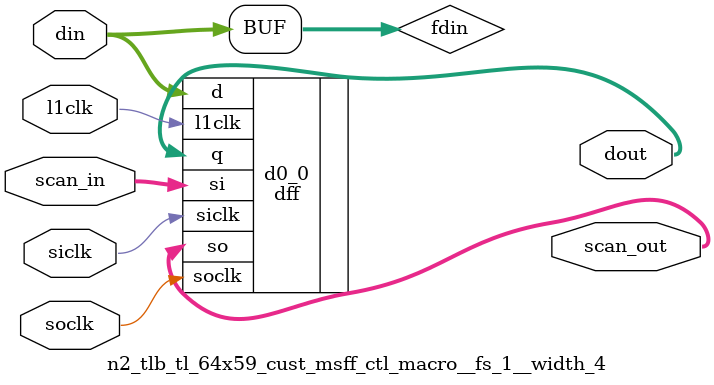
<source format=v>
module n2_tlb_tl_64x59_cust (
  l2clk, 
  scan_in, 
  tcu_pce_ov, 
  pce, 
  tcu_aclk, 
  tcu_bclk, 
  tcu_se_scancollar_in, 
  tcu_se_scancollar_out, 
  tcu_array_wr_inhibit, 
  tcu_scan_en, 
  disable_clear_ubit, 
  scan_out, 
  tlb_bypass, 
  tlb_wr_vld, 
  tlb_rd_vld, 
  tlb_cam_vld, 
  tlb_rw_index, 
  tlb_rw_index_vld, 
  tlb_demap, 
  tlb_demap_context, 
  tlb_demap_all, 
  tlb_demap_real, 
  tte_tag, 
  tte_ubit, 
  tte_page_size_mask, 
  tte_data, 
  tlb_va, 
  cache_ptag_w0, 
  cache_ptag_w1, 
  cache_ptag_w2, 
  cache_ptag_w3, 
  cache_ptag_w4, 
  cache_ptag_w5, 
  cache_ptag_w6, 
  cache_ptag_w7, 
  cache_set_vld, 
  cache_way_hit, 
  cache_hit, 
  tlb_cam_hit, 
  tlb_cam_mhit, 
  tlb_context0_hit, 
  tlb_pgnum_crit, 
  tlb_pgnum, 
  tlb_tte_data, 
  tlb_tte_tag, 
  tlb_tte_u_bit, 
  tlb_tte_data_parity) ;
wire pce_ov;
wire stop;
wire siclk;
wire soclk;
wire se;
wire l1clk_in;
wire l1clk_free;
wire [73:0] cam_ctl_lat_scanin;
wire [73:0] cam_ctl_lat_scanout;
wire [65:0] tte_tag_1;
wire tte_ubit_1;
wire tlb_wr_1_in_unused;
wire tlb_rd_1_unused;
wire tlb_cam_1_in;
wire demap_1_in;
wire demap_context_1;
wire demap_all_1;
wire demap_real_1;
wire [73:0] lat_l_unused;
wire [65:0] tte_tag_1_dout;
wire tte_ubit_1_unused;
wire tlb_wr_1_in_dout;
wire tlb_rd_1_in_dout;
wire tlb_cam_1_in_dout;
wire demap_1_in_unused;
wire demap_context_1_unused;
wire demap_all_1_unused;
wire demap_real_1_unused;
wire [73:0] dout_l_unused;
wire demap_page_1_unused;
wire wr_inhibit_;
wire tlb_wr_1_dout;
wire tlb_rd_1_dout;
wire tlb_cam_1;
wire tlb_cam_1_dout;
wire demap_1;
wire [2:0] page_size_mask_reg_scanin;
wire [2:0] page_size_mask_reg_scanout;
wire [2:0] tte_page_size_mask_1;
wire disable_clear_ubit_reg_scanin;
wire disable_clear_ubit_reg_scanout;
wire disable_clear_ubit_1_in;
wire disable_clear_ubit_1;
wire tlb_bypass_reg_scanin;
wire tlb_bypass_reg_scanout;
wire tlb_bypass_1;
wire [1:0] vaddr_reg_scanin;
wire [1:0] vaddr_reg_scanout;
wire [12:11] va_1;
wire [37:0] tte_data_reg_scanin;
wire [37:0] tte_data_reg_scanout;
wire [37:0] tte_data_1;
wire [5:0] tlb_replacement_index;
wire [5:0] rw_index_0;
wire [5:0] rw_index_reg_scanin;
wire [5:0] rw_index_reg_scanout;
wire [5:0] rw_index_1;
wire rw_index_vld_reg_scanin;
wire rw_index_vld_reg_scanout;
wire rw_index_vld_unused;
wire [39:11] pa_1;
wire tlb_cam_hit_1;
wire l1clk_out;
wire [2:0] tlb_cam_hit_reg_scanin;
wire [2:0] tlb_cam_hit_reg_scanout;
wire multiple_match;
wire context0_hit;
wire tlb_cam_mhit_b;
wire [26:0] pa_reg_scanin;
wire [26:0] pa_reg_scanout;
wire [39:13] pa_2;
wire [37:0] tte_data_out_reg_scanin;
wire [37:0] tte_data_out_reg_scanout;
wire [37:0] rd_tte_data;
wire [65:0] rd_tte_tag;
wire [65:0] rd_tte_tag_b;
wire [65:0] tte_tag_out_reg_scanin;
wire [65:0] tte_tag_out_reg_scanout;
wire [65:0] tlb_tte_tag_b;
wire rd_tte_u_bit;
wire rd_tte_u_bit_b;
wire tte_u_bit_out_reg_scanin;
wire tte_u_bit_out_reg_scanout;
wire tlb_tte_u_bit_b;
wire [7:0] cache_way_hit_in;
wire [7:0] cache_way_hit_in_b;
wire [7:0] cache_way_hit_reg_scanin;
wire [7:0] cache_way_hit_reg_scanout;
wire [7:0] cache_way_hit_b;
wire data_parity_0;
wire [3:0] mm_debug_reg_scanin;
wire [3:0] mm_debug_reg_scanout;
wire [3:0] mm_debug;
wire tag_read_mux_control;




input		l2clk;
input		scan_in;
input		tcu_pce_ov;
input 		pce;
input		tcu_aclk;
input		tcu_bclk;
input		tcu_se_scancollar_in;
input		tcu_se_scancollar_out;
input		tcu_array_wr_inhibit;
input		tcu_scan_en ;
input		disable_clear_ubit;
output		scan_out;

input		tlb_bypass;
input		tlb_wr_vld;
input		tlb_rd_vld;
input		tlb_cam_vld;
input	[5:0]	tlb_rw_index;
input		tlb_rw_index_vld;
input		tlb_demap;
input		tlb_demap_context;
input		tlb_demap_all;
input		tlb_demap_real;

input	[65:0]	tte_tag;
input		tte_ubit;
input	[2:0]	tte_page_size_mask;
input	[37:0]	tte_data;
input	[12:11]	tlb_va;		// Incoming VA

// Cache tag compare
input	[39:11]	cache_ptag_w0;
input	[39:11]	cache_ptag_w1;
input	[39:11]	cache_ptag_w2;
input	[39:11]	cache_ptag_w3;
input	[39:11]	cache_ptag_w4;
input	[39:11]	cache_ptag_w5;
input	[39:11]	cache_ptag_w6;
input	[39:11]	cache_ptag_w7;
input	[7:0]	cache_set_vld;

output	[7:0]	cache_way_hit;
output		cache_hit;
output		tlb_cam_hit;
output		tlb_cam_mhit;
output		tlb_context0_hit;
output	[39:13]	tlb_pgnum_crit; 	// PA unflopped
output	[39:13]	tlb_pgnum;	 	// PA flopped
output	[37:0]	tlb_tte_data;
output	[65:0]	tlb_tte_tag;
output		tlb_tte_u_bit;
output		tlb_tte_data_parity;

`ifndef FPGA
// synopsys translate_off
`endif

assign pce_ov = tcu_pce_ov;
assign stop   = 1'b0;
assign siclk  = tcu_aclk ;
assign soclk  = tcu_bclk;
assign se     = tcu_scan_en;


// 0in bits_on -var {tlb_wr_vld,tlb_rd_vld,tlb_cam_vld,tlb_demap} -max 1
// 0in bits_on -var {tlb_demap_context,tlb_demap_all,tlb_demap_real} -max 1
// 0in bits_on -var {tlb_cam_vld,tlb_bypass} -max 1
// 0in assert -var (~(tlb_demap_context & ~tlb_demap)) -message "Cannot asert tlb_demap_context without tlb_demap"
// 0in assert -var (~(tlb_demap_all     & ~tlb_demap)) -message "Cannot asert tlb_demap_all     without tlb_demap"
// 0in assert -var (~(tlb_demap_real    & ~tlb_demap)) -message "Cannot asert tlb_demap_real    without tlb_demap"
// 0in known_driven -var tlb_cam_hit


///////////////////////////////////////////////////////////////
// Input flops
///////////////////////////////////////////////////////////////

n2_tlb_tl_64x59_cust_l1clkhdr_ctl_macro in_clken (
 .l2clk(l2clk),
 .l1en(pce),
 .se(tcu_se_scancollar_in),
 .l1clk(l1clk_in),
  .pce_ov(pce_ov),
  .stop(stop)
);

n2_tlb_tl_64x59_cust_l1clkhdr_ctl_macro free_clken (
 .l2clk(l2clk),
 .l1en(pce),
 .se(se),
 .l1clk(l1clk_free),
  .pce_ov(pce_ov),
  .stop(stop)
);

// Put all the CAM controls and data in one latch to avoid races
// Doesn't really matter any more... also this gets split up in 
// gate level model
n2_tlb_tl_64x59_cust_sram_msff_mo_macro__fs_1__width_74 cam_ctl_lat   (
 .scan_in(cam_ctl_lat_scanin[73:0]),
 .scan_out(cam_ctl_lat_scanout[73:0]),
 .l1clk	(l1clk_in),
 .and_clk(l1clk_free),
//	            73:8      7        6
 .d	({tte_tag  [65:0],tte_ubit  ,tlb_wr_vld ,
//               5      4             3         2
	  tlb_rd_vld,tlb_cam_vld ,tlb_demap ,tlb_demap_context,
//	         1          0
	  tlb_demap_all,tlb_demap_real}),
 .mq	({tte_tag_1[65:0],tte_ubit_1,tlb_wr_1_in_unused,
	  tlb_rd_1_unused ,tlb_cam_1_in,demap_1_in,demap_context_1  ,
	  demap_all_1  ,demap_real_1  }),
 .mq_l	(lat_l_unused[73:0]),
// NOTE:  Some signals on dout port ARE used by bench (itlb_wr.v)!
 .q	({tte_tag_1_dout[65:0],tte_ubit_1_unused,tlb_wr_1_in_dout,
	  tlb_rd_1_in_dout,tlb_cam_1_in_dout,demap_1_in_unused,demap_context_1_unused  ,
	  demap_all_1_unused  ,demap_real_1_unused  }),
 .q_l	(dout_l_unused[73:0]),
  .siclk(siclk),
  .soclk(soclk)
);

// This is strictly for DV
assign demap_page_1_unused =
       demap_1_in_unused & ~demap_context_1_unused & ~demap_all_1_unused & 
       ~demap_real_1_unused;

n2_tlb_tl_64x59_cust_inv_macro__width_1 wr_inhibit_b_inv  (
 .din(tcu_array_wr_inhibit),
 .dout(wr_inhibit_)
);				  

n2_tlb_tl_64x59_cust_and_macro__ports_2__width_1 tlb_wr_dout_and   (
 .din0(tlb_wr_1_in_dout),
 .din1(wr_inhibit_),
 .dout(tlb_wr_1_dout)
);				  

n2_tlb_tl_64x59_cust_and_macro__ports_2__width_1 tlb_rd_dout_and   (
 .din0(tlb_rd_1_in_dout),
 .din1(wr_inhibit_),
 .dout(tlb_rd_1_dout)
);				  

n2_tlb_tl_64x59_cust_and_macro__ports_2__width_1 tlb_cam_and   (
 .din0(tlb_cam_1_in),
 .din1(wr_inhibit_),
 .dout(tlb_cam_1)
);				  

n2_tlb_tl_64x59_cust_and_macro__ports_2__width_1 tlb_cam_dout_and   (
 .din0(tlb_cam_1_in_dout),
 .din1(wr_inhibit_),
 .dout(tlb_cam_1_dout)
);				  

n2_tlb_tl_64x59_cust_and_macro__ports_2__width_1 demap_and   (
 .din0(demap_1_in),
 .din1(wr_inhibit_),
 .dout(demap_1)
);				  

n2_tlb_tl_64x59_cust_msff_ctl_macro__fs_1__width_3 page_size_mask_reg   (
 .scan_in(page_size_mask_reg_scanin[2:0]),
 .scan_out(page_size_mask_reg_scanout[2:0]),
 .l1clk(l1clk_in),
 .din(tte_page_size_mask[2:0]),
 .dout(tte_page_size_mask_1[2:0]),
  .siclk(siclk),
  .soclk(soclk)
);

n2_tlb_tl_64x59_cust_msff_ctl_macro__width_1 disable_clear_ubit_reg  (
 .scan_in(disable_clear_ubit_reg_scanin),
 .scan_out(disable_clear_ubit_reg_scanout),
 .l1clk(l1clk_in),
 .din(disable_clear_ubit),
 .dout(disable_clear_ubit_1_in),
  .siclk(siclk),
  .soclk(soclk)
);

n2_tlb_tl_64x59_cust_and_macro__ports_2__width_1 disable_clear_ubit_and   (
 .din0(disable_clear_ubit_1_in),
 .din1(wr_inhibit_),
 .dout(disable_clear_ubit_1)
);				  

n2_tlb_tl_64x59_cust_msff_ctl_macro__width_1 tlb_bypass_reg  (
 .scan_in(tlb_bypass_reg_scanin),
 .scan_out(tlb_bypass_reg_scanout),
 .l1clk(l1clk_in),
 .din(tlb_bypass),
 .dout(tlb_bypass_1),
  .siclk(siclk),
  .soclk(soclk)
);

n2_tlb_tl_64x59_cust_msff_ctl_macro__fs_1__width_2 vaddr_reg   (
 .scan_in(vaddr_reg_scanin[1:0]),
 .scan_out(vaddr_reg_scanout[1:0]),
 .l1clk(l1clk_in),
 .din(tlb_va[12:11]),
 .dout(va_1[12:11]),
  .siclk(siclk),
  .soclk(soclk)
);

n2_tlb_tl_64x59_cust_msff_ctl_macro__fs_1__width_38 tte_data_reg   (
 .scan_in(tte_data_reg_scanin[37:0]),
 .scan_out(tte_data_reg_scanout[37:0]),
 .l1clk(l1clk_in),
 .din(tte_data[37:0]),
 .dout(tte_data_1[37:0]),
  .siclk(siclk),
  .soclk(soclk)
);


/////////////////////////////////////////////////////////////////////      
// Write index muxing
//////////////////////////////////////////////////////////////////////

n2_tlb_tl_64x59_cust_mux_macro__mux_aope__ports_2__width_6 rw_index_mux    (
 .din0	(tlb_rw_index[5:0]),
 .din1	(tlb_replacement_index[5:0]),
 .sel0	(tlb_rw_index_vld),
 .dout	(rw_index_0[5:0])	
);

// The output of this flop is used by the bench (dtlb_wr.vpal)
n2_tlb_tl_64x59_cust_msff_ctl_macro__fs_1__width_6 rw_index_reg   (
 .scan_in(rw_index_reg_scanin[5:0]),
 .scan_out(rw_index_reg_scanout[5:0]),
 .l1clk(l1clk_in),
 .din(rw_index_0[5:0]),
 .dout(rw_index_1[5:0]),
  .siclk(siclk),
  .soclk(soclk)
);

// This flop is here to mirror the circuit; it has no functional purpose;
// just want it here for 'debug' even though this signal
// is flopped outside the circuit
n2_tlb_tl_64x59_cust_msff_ctl_macro__width_1 rw_index_vld_reg  (
 .scan_in(rw_index_vld_reg_scanin),
 .scan_out(rw_index_vld_reg_scanout),
 .l1clk(l1clk_in),
 .din(tlb_rw_index_vld),
 .dout(rw_index_vld_unused),
  .siclk(siclk),
  .soclk(soclk)
);


/////////////////////////////////////////////////////////////////////      
// Array behavioral
/////////////////////////////////////////////////////////////////////      

n2_tlb_tl_64x59_array array (
// Inputs
	.l1clk		(l1clk_free),
	.tlb_bypass	(tlb_bypass_1),
	.tlb_wr_flopped	(tlb_wr_1_dout),
	.tlb_rd_flopped	(tlb_rd_1_dout),
	.rw_index	(rw_index_1[5:0]),
	.tlb_cam	(tlb_cam_1),
	.tlb_cam_flopped(tlb_cam_1_dout),
	.disable_clear_ubit(disable_clear_ubit_1),
	.demap		(demap_1),
	.demap_context	(demap_context_1),
	.demap_all	(demap_all_1),
	.demap_real	(demap_real_1),
	.tte_tag	(tte_tag_1[65:0]),
	.tte_tag_flopped(tte_tag_1_dout[65:0]),
	.tte_ubit	(tte_ubit_1),			     
	.tte_page_size_mask(tte_page_size_mask_1[2:0]),
	.tte_data	(tte_data_1[37:0]),
	.va		(va_1[12:11]),
// Outputs
	.pa		(pa_1[39:11]),
	.tlb_cam_hit	(tlb_cam_hit_1),
  .tag_read_mux_control(tag_read_mux_control),
  .context0_hit(context0_hit),
  .multiple_match(multiple_match),
  .rd_tte_data(rd_tte_data[37:0]),
  .rd_tte_tag(rd_tte_tag[65:0]),
  .rd_tte_u_bit(rd_tte_u_bit),
  .tlb_replacement_index(tlb_replacement_index[5:0])
);

// Unflopped output
assign tlb_pgnum_crit[39:13] = pa_1[39:13];

//////////////////////////////////////////////////
// Flop the output data
//////////////////////////////////////////////////

n2_tlb_tl_64x59_cust_l1clkhdr_ctl_macro out_clken (
 .l2clk(l2clk),
 .l1en(pce),
 .se(tcu_se_scancollar_out),
 .l1clk(l1clk_out),
  .pce_ov(pce_ov),
  .stop(stop)
);

n2_tlb_tl_64x59_cust_msff_ctl_macro__fs_1__width_3 tlb_cam_hit_reg   (
 .scan_in(tlb_cam_hit_reg_scanin[2:0]),
 .scan_out(tlb_cam_hit_reg_scanout[2:0]),
 .l1clk(l1clk_out),
 .din({tlb_cam_hit_1,multiple_match,context0_hit}),
 .dout({tlb_cam_hit,tlb_cam_mhit,tlb_context0_hit}),
  .siclk(siclk),
  .soclk(soclk)
);

n2_tlb_tl_64x59_cust_inv_macro__width_1 tlb_cam_mhit_b_inv  (
 .din(tlb_cam_mhit),
 .dout(tlb_cam_mhit_b)
);					

n2_tlb_tl_64x59_cust_msff_ctl_macro__fs_1__width_27 pa_reg   (
 .scan_in(pa_reg_scanin[26:0]),
 .scan_out(pa_reg_scanout[26:0]),
 .l1clk(l1clk_out),
 .din(pa_1[39:13]),
 .dout(pa_2[39:13]),
  .siclk(siclk),
  .soclk(soclk)
);

assign tlb_pgnum[39:13] = pa_2[39:13];

n2_tlb_tl_64x59_cust_msff_ctl_macro__fs_1__width_38 tte_data_out_reg   (
 .scan_in(tte_data_out_reg_scanin[37:0]),
 .scan_out(tte_data_out_reg_scanout[37:0]),
 .l1clk(l1clk_out),
 .din(rd_tte_data[37:0]),
 .dout(tlb_tte_data[37:0]),
  .siclk(siclk),
  .soclk(soclk)
);

n2_tlb_tl_64x59_cust_inv_macro__stack_66c__width_66 rd_tte_tag_b_inv   (
 .din(rd_tte_tag[65:0]),
 .dout(rd_tte_tag_b[65:0])
);					

n2_tlb_tl_64x59_cust_msff_ctl_macro__fs_1__width_66 tte_tag_out_reg   (
 .scan_in(tte_tag_out_reg_scanin[65:0]),
 .scan_out(tte_tag_out_reg_scanout[65:0]),
 .l1clk(l1clk_out),
 .din(rd_tte_tag_b[65:0]),
 .dout(tlb_tte_tag_b[65:0]),
  .siclk(siclk),
  .soclk(soclk)
);

n2_tlb_tl_64x59_cust_inv_macro__stack_66c__width_66 tlb_tte_tag_inv   (
 .din(tlb_tte_tag_b[65:0]),
 .dout(tlb_tte_tag[65:0])
);					

n2_tlb_tl_64x59_cust_inv_macro__width_1 rd_tte_u_bit_b_inv  (
 .din(rd_tte_u_bit),
 .dout(rd_tte_u_bit_b)
);

n2_tlb_tl_64x59_cust_msff_ctl_macro__width_1 tte_u_bit_out_reg  (
 .scan_in(tte_u_bit_out_reg_scanin),
 .scan_out(tte_u_bit_out_reg_scanout),
 .l1clk(l1clk_out),
 .din(rd_tte_u_bit_b),
 .dout(tlb_tte_u_bit_b),
  .siclk(siclk),
  .soclk(soclk)
);

n2_tlb_tl_64x59_cust_inv_macro__width_1 tlb_tte_u_bit_inv  (
 .din(tlb_tte_u_bit_b),
 .dout(tlb_tte_u_bit)
);

///////////////////////////////////////////////////////////////
// Tag compare logic
///////////////////////////////////////////////////////////////

n2_tlb_tl_64x59_cust_cmp_macro__width_32 way0_cmp  (
	.din0	({cache_ptag_w0[39:11],cache_set_vld[0],1'b0          , 1'b0}),
	.din1	({pa_1[39:11],         1'b1,            1'b0          , 1'b0}),
	.dout	(cache_way_hit_in[0])
);
n2_tlb_tl_64x59_cust_cmp_macro__width_32 way1_cmp  (
	.din0	({cache_ptag_w1[39:11],cache_set_vld[1],1'b0          , 1'b0}),
	.din1	({pa_1[39:11],         1'b1,            1'b0          , 1'b0}),
	.dout	(cache_way_hit_in[1])
);
n2_tlb_tl_64x59_cust_cmp_macro__width_32 way2_cmp  (
	.din0	({cache_ptag_w2[39:11],cache_set_vld[2],1'b0          , 1'b0}),
	.din1	({pa_1[39:11],         1'b1,            1'b0          , 1'b0}),
	.dout	(cache_way_hit_in[2])
);
n2_tlb_tl_64x59_cust_cmp_macro__width_32 way3_cmp  (
	.din0	({cache_ptag_w3[39:11],cache_set_vld[3],1'b0          , 1'b0}),
	.din1	({pa_1[39:11],         1'b1,            1'b0          , 1'b0}),
	.dout	(cache_way_hit_in[3])
);
n2_tlb_tl_64x59_cust_cmp_macro__width_32 way4_cmp  (
	.din0	({cache_ptag_w4[39:11],cache_set_vld[4],1'b0          , 1'b0}),
	.din1	({pa_1[39:11],         1'b1,            1'b0          , 1'b0}),
	.dout	(cache_way_hit_in[4])
);
n2_tlb_tl_64x59_cust_cmp_macro__width_32 way5_cmp  (
	.din0	({cache_ptag_w5[39:11],cache_set_vld[5],1'b0          , 1'b0}),
	.din1	({pa_1[39:11],         1'b1,            1'b0          , 1'b0}),
	.dout	(cache_way_hit_in[5])
);
n2_tlb_tl_64x59_cust_cmp_macro__width_32 way6_cmp  (
	.din0	({cache_ptag_w6[39:11],cache_set_vld[6],1'b0          , 1'b0}),
	.din1	({pa_1[39:11],         1'b1,            1'b0          , 1'b0}),
	.dout	(cache_way_hit_in[6])
);
n2_tlb_tl_64x59_cust_cmp_macro__width_32 way7_cmp  (
	.din0	({cache_ptag_w7[39:11],cache_set_vld[7],1'b0          , 1'b0}),
	.din1	({pa_1[39:11],         1'b1,            1'b0          , 1'b0}),
	.dout	(cache_way_hit_in[7])
);

n2_tlb_tl_64x59_cust_inv_macro__width_8 cache_way_hit_in_b_inv  (
 .din(cache_way_hit_in[7:0]),
 .dout(cache_way_hit_in_b[7:0])
);

n2_tlb_tl_64x59_cust_msff_ctl_macro__fs_1__width_8 cache_way_hit_reg   (
 .scan_in(cache_way_hit_reg_scanin[7:0]),
 .scan_out(cache_way_hit_reg_scanout[7:0]),
 .l1clk(l1clk_out),
 .din(cache_way_hit_in_b[7:0]),
 .dout(cache_way_hit_b[7:0]),
  .siclk(siclk),
  .soclk(soclk)
);

n2_tlb_tl_64x59_cust_inv_macro__width_8 cache_way_hit_inv  (
 .din(cache_way_hit_b[7:0]),
 .dout(cache_way_hit[7:0])
);

n2_tlb_tl_64x59_cust_mux_macro__mux_aonpe__ports_8__width_1 cache_hit_or    (
	.din0	(cache_way_hit[0]),
	.din1	(cache_way_hit[1]),
	.din2	(cache_way_hit[2]),
	.din3	(cache_way_hit[3]),
	.din4	(cache_way_hit[4]),
	.din5	(cache_way_hit[5]),
	.din6	(cache_way_hit[6]),
	.din7	(cache_way_hit[7]),
	.sel0	(tlb_cam_mhit_b),
	.sel1	(tlb_cam_mhit_b),
	.sel2	(tlb_cam_mhit_b),
	.sel3	(tlb_cam_mhit_b),
	.sel4	(tlb_cam_mhit_b),
	.sel5	(tlb_cam_mhit_b),
	.sel6	(tlb_cam_mhit_b),
	.sel7	(tlb_cam_mhit_b),
	.dout	(cache_hit)	
);

///////////////////////////////////////////////////////////////
// Parity checks for data
///////////////////////////////////////////////////////////////

n2_tlb_tl_64x59_cust_prty_macro__width_32 dprty0  (
	.din	(tlb_tte_data[31:0]),
	.dout	(data_parity_0)
);
n2_tlb_tl_64x59_cust_prty_macro__width_8 dprty1  (
	.din	({2'b00,tlb_tte_data[36:32],data_parity_0}),
	.dout	(tlb_tte_data_parity)
);



// Flops for circuit use

n2_tlb_tl_64x59_cust_msff_ctl_macro__fs_1__width_4 mm_debug_reg   (
 .scan_in(mm_debug_reg_scanin[3:0]),
 .scan_out(mm_debug_reg_scanout[3:0]),
 .l1clk(l1clk_in),
 .din(mm_debug[3:0]),
 .dout(mm_debug[3:0]),
  .siclk(siclk),
  .soclk(soclk)
);

assign tag_read_mux_control = mm_debug[3];


supply0 vss; // <- port for ground
supply1 vdd; // <- port for power 
// Fullscan hookups begin
assign tte_data_reg_scanin	    [0] = scan_in			     ;
assign tte_data_reg_scanin	 [37:1] = tte_data_reg_scanout	      [36:0];

assign vaddr_reg_scanin		    [0] = tte_data_reg_scanout		 [37];
assign vaddr_reg_scanin		    [1] = vaddr_reg_scanout  		 [0];

assign rw_index_reg_scanin	    [5] = vaddr_reg_scanout  		 [1];
assign rw_index_reg_scanin	    [4] = rw_index_reg_scanout 	 [5];
assign rw_index_reg_scanin	    [3] = rw_index_reg_scanout 	 [4];
assign rw_index_reg_scanin	    [0] = rw_index_reg_scanout 	 [3];
assign rw_index_reg_scanin	    [1] = rw_index_reg_scanout 	 [0];
assign rw_index_reg_scanin	    [2] = rw_index_reg_scanout 	 [1];


assign rw_index_vld_reg_scanin	         = rw_index_reg_scanout 	 [2];

assign cam_ctl_lat_scanin	    [6] = rw_index_vld_reg_scanout 	     ;
assign cam_ctl_lat_scanin	    [5] = cam_ctl_lat_scanout	 	 [6];
assign cam_ctl_lat_scanin	    [58] = cam_ctl_lat_scanout	 	 [5];
assign cam_ctl_lat_scanin	 [60:59] = cam_ctl_lat_scanout	      [59:58];
assign cam_ctl_lat_scanin	    [37] = cam_ctl_lat_scanout	 	 [60];
assign cam_ctl_lat_scanin	 [56:38] = cam_ctl_lat_scanout	      [55:37];

assign page_size_mask_reg_scanin    [0] = cam_ctl_lat_scanout	         [56];

assign cam_ctl_lat_scanin           [21] = page_size_mask_reg_scanout    [0];
assign cam_ctl_lat_scanin	 [26:22] = cam_ctl_lat_scanout	      [25:21];

assign page_size_mask_reg_scanin    [1] = cam_ctl_lat_scanout	         [26];

assign cam_ctl_lat_scanin           [27] = page_size_mask_reg_scanout    [1];
assign cam_ctl_lat_scanin	 [29:28] = cam_ctl_lat_scanout	      [28:27];
assign cam_ctl_lat_scanin	    [31] = cam_ctl_lat_scanout	         [29];
assign cam_ctl_lat_scanin	 [33:32] = cam_ctl_lat_scanout	      [32:31];

assign page_size_mask_reg_scanin    [2] = cam_ctl_lat_scanout	         [33];

assign cam_ctl_lat_scanin           [34] = page_size_mask_reg_scanout    [2];
assign cam_ctl_lat_scanin	 [36:35] = cam_ctl_lat_scanout	      [35:34];
assign cam_ctl_lat_scanin	    [57] = cam_ctl_lat_scanout	 	 [36];
assign cam_ctl_lat_scanin	    [3] = cam_ctl_lat_scanout	 	 [57];
assign cam_ctl_lat_scanin	    [4] = cam_ctl_lat_scanout	 	 [3];
assign cam_ctl_lat_scanin	    [61] = cam_ctl_lat_scanout	 	 [4];
assign cam_ctl_lat_scanin	 [73:62] = cam_ctl_lat_scanout	      [72:61];
assign cam_ctl_lat_scanin	    [8] = cam_ctl_lat_scanout	 	 [73];
assign cam_ctl_lat_scanin	 [20:9] = cam_ctl_lat_scanout	      [19:8];

assign mm_debug_reg_scanin	    [3] = cam_ctl_lat_scanout	 	 [20];
assign mm_debug_reg_scanin	 [2:0] = mm_debug_reg_scanout	      [3:1];

assign cam_ctl_lat_scanin	    [7] = mm_debug_reg_scanout	 	 [0];

assign disable_clear_ubit_reg_scanin     = cam_ctl_lat_scanout	 	 [7];

assign cam_ctl_lat_scanin	    [30] = disable_clear_ubit_reg_scanout    ;
assign cam_ctl_lat_scanin	    [0] = cam_ctl_lat_scanout	 	 [30];
assign cam_ctl_lat_scanin	    [2] = cam_ctl_lat_scanout	 	 [0];
assign cam_ctl_lat_scanin	    [1] = cam_ctl_lat_scanout	 	 [2];

assign tlb_bypass_reg_scanin	         = cam_ctl_lat_scanout	 	 [1];

assign tlb_cam_hit_reg_scanin	    [2] = tlb_bypass_reg_scanout 	     ;
assign tlb_cam_hit_reg_scanin	    [0] = tlb_cam_hit_reg_scanout 	 [2];

assign tte_tag_out_reg_scanin	    [22] = tlb_cam_hit_reg_scanout 	 [0];

assign tte_u_bit_out_reg_scanin 	 = tte_tag_out_reg_scanout       [22];

assign tte_tag_out_reg_scanin	    [12] = tte_u_bit_out_reg_scanout 	     ;
assign tte_tag_out_reg_scanin	 [11:0] = tte_tag_out_reg_scanout    [12:1];
assign tte_tag_out_reg_scanin	    [65] = tte_tag_out_reg_scanout 	 [0];
assign tte_tag_out_reg_scanin	 [64:53] = tte_tag_out_reg_scanout    [65:54];
assign tte_tag_out_reg_scanin	    [49] = tte_tag_out_reg_scanout 	 [53];
assign tte_tag_out_reg_scanin       [28] = tte_tag_out_reg_scanout	 [49];
assign tte_tag_out_reg_scanin    [27:23] = tte_tag_out_reg_scanout    [28:24];
assign tte_tag_out_reg_scanin       [21] = tte_tag_out_reg_scanout       [23];
assign tte_tag_out_reg_scanin    [20:13] = tte_tag_out_reg_scanout    [21:14];
assign tte_tag_out_reg_scanin       [48] = tte_tag_out_reg_scanout       [13];
assign tte_tag_out_reg_scanin    [47:29] = tte_tag_out_reg_scanout    [48:30];
assign tte_tag_out_reg_scanin       [52] = tte_tag_out_reg_scanout       [29];
assign tte_tag_out_reg_scanin    [51:50] = tte_tag_out_reg_scanout    [52:51];

assign tte_data_out_reg_scanin      [0] = tte_tag_out_reg_scanout       [50];
assign tte_data_out_reg_scanin   [37:1] = tte_data_out_reg_scanout   [36:0];

assign cache_way_hit_reg_scanin     [0] = tte_data_out_reg_scanout      [37];
assign cache_way_hit_reg_scanin  [7:1] = cache_way_hit_reg_scanout  [6:0];

assign pa_reg_scanin                [0] = cache_way_hit_reg_scanout     [7];
assign pa_reg_scanin             [26:1] = pa_reg_scanout             [25:0];

assign tlb_cam_hit_reg_scanin       [1] = pa_reg_scanout                [26];

assign scan_out                          = tlb_cam_hit_reg_scanout       [1];
// Fullscan hookups end

`ifndef FPGA
// synopsys translate_on
`endif

endmodule






// any PARAMS parms go into naming of macro

module n2_tlb_tl_64x59_cust_l1clkhdr_ctl_macro (
  l2clk, 
  l1en, 
  pce_ov, 
  stop, 
  se, 
  l1clk);


  input l2clk;
  input l1en;
  input pce_ov;
  input stop;
  input se;
  output l1clk;



 

cl_sc1_l1hdr_8x c_0 (


   .l2clk(l2clk),
   .pce(l1en),
   .l1clk(l1clk),
  .se(se),
  .pce_ov(pce_ov),
  .stop(stop)
);



endmodule









//
//   macro for cl_mc1_sram_msff_mo_{16,8,4}x flops
//
//





module n2_tlb_tl_64x59_cust_sram_msff_mo_macro__fs_1__width_74 (
  d, 
  scan_in, 
  l1clk, 
  and_clk, 
  siclk, 
  soclk, 
  mq, 
  mq_l, 
  scan_out, 
  q, 
  q_l);
input [73:0] d;
  input [73:0] scan_in;
input l1clk;
input and_clk;
input siclk;
input soclk;
output [73:0] mq;
output [73:0] mq_l;
  output [73:0] scan_out;
output [73:0] q;
output [73:0] q_l;






new_dlata #(74)  d0_0 (
.d(d[73:0]),
.si(scan_in[73:0]),
.so(scan_out[73:0]),
.l1clk(l1clk),
.and_clk(and_clk),
.siclk(siclk),
.soclk(soclk),
.q(q[73:0]),
.q_l(q_l[73:0]),
.mq(mq[73:0]),
.mq_l(mq_l[73:0])
);










//place::generic_place($width,$stack,$left);

endmodule





//
//   invert macro
//
//





module n2_tlb_tl_64x59_cust_inv_macro__width_1 (
  din, 
  dout);
  input [0:0] din;
  output [0:0] dout;






inv #(1)  d0_0 (
.in(din[0:0]),
.out(dout[0:0])
);









endmodule





//  
//   and macro for ports = 2,3,4
//
//





module n2_tlb_tl_64x59_cust_and_macro__ports_2__width_1 (
  din0, 
  din1, 
  dout);
  input [0:0] din0;
  input [0:0] din1;
  output [0:0] dout;






and2 #(1)  d0_0 (
.in0(din0[0:0]),
.in1(din1[0:0]),
.out(dout[0:0])
);









endmodule









// any PARAMS parms go into naming of macro

module n2_tlb_tl_64x59_cust_msff_ctl_macro__fs_1__width_3 (
  din, 
  l1clk, 
  scan_in, 
  siclk, 
  soclk, 
  dout, 
  scan_out);
wire [2:0] fdin;

  input [2:0] din;
  input l1clk;
  input [2:0] scan_in;


  input siclk;
  input soclk;

  output [2:0] dout;
  output [2:0] scan_out;
assign fdin[2:0] = din[2:0];






dff #(3)  d0_0 (
.l1clk(l1clk),
.siclk(siclk),
.soclk(soclk),
.d(fdin[2:0]),
.si(scan_in[2:0]),
.so(scan_out[2:0]),
.q(dout[2:0])
);












endmodule













// any PARAMS parms go into naming of macro

module n2_tlb_tl_64x59_cust_msff_ctl_macro__width_1 (
  din, 
  l1clk, 
  scan_in, 
  siclk, 
  soclk, 
  dout, 
  scan_out);
wire [0:0] fdin;

  input [0:0] din;
  input l1clk;
  input scan_in;


  input siclk;
  input soclk;

  output [0:0] dout;
  output scan_out;
assign fdin[0:0] = din[0:0];






dff #(1)  d0_0 (
.l1clk(l1clk),
.siclk(siclk),
.soclk(soclk),
.d(fdin[0:0]),
.si(scan_in),
.so(scan_out),
.q(dout[0:0])
);












endmodule













// any PARAMS parms go into naming of macro

module n2_tlb_tl_64x59_cust_msff_ctl_macro__fs_1__width_2 (
  din, 
  l1clk, 
  scan_in, 
  siclk, 
  soclk, 
  dout, 
  scan_out);
wire [1:0] fdin;

  input [1:0] din;
  input l1clk;
  input [1:0] scan_in;


  input siclk;
  input soclk;

  output [1:0] dout;
  output [1:0] scan_out;
assign fdin[1:0] = din[1:0];






dff #(2)  d0_0 (
.l1clk(l1clk),
.siclk(siclk),
.soclk(soclk),
.d(fdin[1:0]),
.si(scan_in[1:0]),
.so(scan_out[1:0]),
.q(dout[1:0])
);












endmodule













// any PARAMS parms go into naming of macro

module n2_tlb_tl_64x59_cust_msff_ctl_macro__fs_1__width_38 (
  din, 
  l1clk, 
  scan_in, 
  siclk, 
  soclk, 
  dout, 
  scan_out);
wire [37:0] fdin;

  input [37:0] din;
  input l1clk;
  input [37:0] scan_in;


  input siclk;
  input soclk;

  output [37:0] dout;
  output [37:0] scan_out;
assign fdin[37:0] = din[37:0];






dff #(38)  d0_0 (
.l1clk(l1clk),
.siclk(siclk),
.soclk(soclk),
.d(fdin[37:0]),
.si(scan_in[37:0]),
.so(scan_out[37:0]),
.q(dout[37:0])
);












endmodule









// general mux macro for pass-gate and and-or muxes with/wout priority encoders
// also for pass-gate with decoder





// any PARAMS parms go into naming of macro

module n2_tlb_tl_64x59_cust_mux_macro__mux_aope__ports_2__width_6 (
  din0, 
  din1, 
  sel0, 
  dout);
wire psel0;
wire psel1;

  input [5:0] din0;
  input [5:0] din1;
  input sel0;
  output [5:0] dout;





cl_dp1_penc2_8x  c0_0 (
 .sel0(sel0),
 .psel0(psel0),
 .psel1(psel1)
);

mux2s #(6)  d0_0 (
  .sel0(psel0),
  .sel1(psel1),
  .in0(din0[5:0]),
  .in1(din1[5:0]),
.dout(dout[5:0])
);









  



endmodule






// any PARAMS parms go into naming of macro

module n2_tlb_tl_64x59_cust_msff_ctl_macro__fs_1__width_6 (
  din, 
  l1clk, 
  scan_in, 
  siclk, 
  soclk, 
  dout, 
  scan_out);
wire [5:0] fdin;

  input [5:0] din;
  input l1clk;
  input [5:0] scan_in;


  input siclk;
  input soclk;

  output [5:0] dout;
  output [5:0] scan_out;
assign fdin[5:0] = din[5:0];






dff #(6)  d0_0 (
.l1clk(l1clk),
.siclk(siclk),
.soclk(soclk),
.d(fdin[5:0]),
.si(scan_in[5:0]),
.so(scan_out[5:0]),
.q(dout[5:0])
);












endmodule










module n2_tlb_tl_64x59_array (
  l1clk, 
  disable_clear_ubit, 
  tlb_bypass, 
  tlb_wr_flopped, 
  tlb_rd_flopped, 
  rw_index, 
  tlb_cam, 
  tlb_cam_flopped, 
  demap, 
  demap_context, 
  demap_all, 
  demap_real, 
  tte_tag, 
  tte_tag_flopped, 
  tte_ubit, 
  tte_page_size_mask, 
  tte_data, 
  va, 
  tag_read_mux_control, 
  pa, 
  tlb_cam_hit, 
  context0_hit, 
  multiple_match, 
  rd_tte_data, 
  rd_tte_tag, 
  rd_tte_u_bit, 
  tlb_replacement_index) ;
wire [63:0] ram_wwl;
wire [63:0] ram_rwl;
wire [63:0] valid;
wire [63:0] used;


`define ENTRIES		64
`define INDEX		5

input		l1clk;
input		disable_clear_ubit;

input		tlb_bypass;
input		tlb_wr_flopped;
input		tlb_rd_flopped;
input	[`INDEX:0] rw_index;
input		tlb_cam;
input		tlb_cam_flopped;
input		demap;
input		demap_context;
input		demap_all;
input		demap_real;

input	[65:0]	tte_tag;
input	[65:0]	tte_tag_flopped;
input		tte_ubit;
input	[2:0]	tte_page_size_mask;
input	[37:0]	tte_data;
input	[12:11]	va;		// Incoming VA

input 		tag_read_mux_control;

output	[39:11]	pa;
output		tlb_cam_hit;
output		context0_hit;
output		multiple_match;
output	[37:0]	rd_tte_data;
output	[65:0]	rd_tte_tag;
output		rd_tte_u_bit;
output	[`INDEX:0] tlb_replacement_index;





`define VA_39 40
`define VA_28 29
`define VA_27 28
`define VA_22 23
`define VA_21 21
`define VA_16 16
`define VA_15 15 
`define VA_13 13




n2_tlb_tl_64x59_cam		cam(
  .l1clk(l1clk),
  .tlb_bypass(tlb_bypass),
  .tlb_wr_flopped(tlb_wr_flopped),
  .tlb_rd_flopped(tlb_rd_flopped),
  .rw_index(rw_index[5:0]),
  .tlb_cam(tlb_cam),
  .tlb_cam_flopped(tlb_cam_flopped),
  .demap(demap),
  .demap_context(demap_context),
  .demap_all(demap_all),
  .demap_real(demap_real),
  .tte_tag(tte_tag[65:0]),
  .tte_tag_flopped(tte_tag_flopped[65:0]),
  .tte_page_size_mask(tte_page_size_mask[2:0]),
  .tag_read_mux_control(tag_read_mux_control),
  .tlb_cam_hit(tlb_cam_hit),
  .context0_hit(context0_hit),
  .rd_tte_tag(rd_tte_tag[65:0]),
  .ram_wwl(ram_wwl[63:0]),
  .ram_rwl(ram_rwl[63:0]),
  .valid(valid[63:0]));

n2_tlb_tl_64x59_ram		ram(
	.va		({tte_tag_flopped[`VA_39:`VA_28],
			  tte_tag_flopped[`VA_27:`VA_22],
			  tte_tag_flopped[`VA_21:`VA_16],
			  tte_tag_flopped[`VA_15:`VA_13],
			  va[12:11]}),
  .l1clk(l1clk),
  .tlb_bypass(tlb_bypass),
  .tlb_cam_flopped(tlb_cam_flopped),
  .ram_wwl(ram_wwl[63:0]),
  .ram_rwl(ram_rwl[63:0]),
  .tte_data(tte_data[37:0]),
  .pa(pa[39:11]),
  .rd_tte_data(rd_tte_data[37:0])
);

n2_tlb_tl_64x59_multihit	multihit (
	.tlb_cam_mhit			(multiple_match		),
  .ram_rwl(ram_rwl[63:0]),
  .tlb_bypass(tlb_bypass)
);

n2_tlb_tl_64x59_ubit		ubit(
  .l1clk(l1clk),
  .disable_clear_ubit(disable_clear_ubit),
  .tlb_bypass(tlb_bypass),
  .ram_rwl(ram_rwl[63:0]),
  .ram_wwl(ram_wwl[63:0]),
  .tte_ubit(tte_ubit),
  .tlb_wr_flopped(tlb_wr_flopped),
  .tlb_rd_flopped(tlb_rd_flopped),
  .tlb_cam_flopped(tlb_cam_flopped),
  .used(used[63:0]),
  .rd_tte_u_bit(rd_tte_u_bit));

n2_tlb_tl_64x59_repl_index	repl_index(
  .l1clk(l1clk),
  .used(used[63:0]),
  .valid(valid[63:0]),
  .tlb_replacement_index(tlb_replacement_index[5:0]));


supply0 vss; // <- port for ground
supply1 vdd; // <- port for power 
endmodule


`ifndef FPGA
module n2_tlb_tl_64x59_cam (
  l1clk, 
  tlb_bypass, 
  tlb_wr_flopped, 
  tlb_rd_flopped, 
  rw_index, 
  tlb_cam, 
  tlb_cam_flopped, 
  demap, 
  demap_context, 
  demap_all, 
  demap_real, 
  tte_tag, 
  tte_tag_flopped, 
  tte_page_size_mask, 
  tag_read_mux_control, 
  tlb_cam_hit, 
  context0_hit, 
  rd_tte_tag, 
  ram_wwl, 
  ram_rwl, 
  valid) ;
wire [6:0] rw_index_to_decode;
wire [127:0] decoded_index;
wire [127:64] decoded_index_unused;


`define ENTRIES		64
`define INDEX		5



input		l1clk;

input		tlb_bypass;
input		tlb_wr_flopped;
input		tlb_rd_flopped;
input	[`INDEX:0] rw_index;
input		tlb_cam;
input		tlb_cam_flopped;
input		demap;
input		demap_context;
input		demap_all;
input		demap_real;

input	[65:0]	tte_tag;
input	[65:0]	tte_tag_flopped;
input	[2:0]	tte_page_size_mask;

input 		tag_read_mux_control;



output		tlb_cam_hit;
output		context0_hit;
output	[65:0]	rd_tte_tag;
output	[`ENTRIES-1:0] ram_wwl;
output	[`ENTRIES-1:0] ram_rwl;
output	[`ENTRIES-1:0] valid;



`define CNTX1_HI 65
`define CNTX1_LO 53
`define PID_HI   52
`define PID_LO   50
`define REAL_BIT 49
`define VA_47    48
`define VA_28    29
`define VA_27    28
`define VA_22    23
`define TTE_VALID 22 
`define VA_21    21
`define VA_16    16
`define VA_15    15 
`define VA_13    13
`define CNTX0_HI 12
`define CNTX0_LO  0



//----------------------------------------------------------------------
// Declarations
//----------------------------------------------------------------------

// local signals

reg 	[12:0] 	context_a	[`ENTRIES-1:0];  // Contexts a and b are
reg 	[12:0] 	context_a_	[`ENTRIES-1:0];  // to be equal at all times
reg 	[12:0] 	context_b	[`ENTRIES-1:0];  // This is NOT context 0 and 1
reg 	[12:0] 	context_b_	[`ENTRIES-1:0];  // This is NOT primary/secondary
reg        	r_bit		[`ENTRIES-1:0];
reg        	r_bit_		[`ENTRIES-1:0];
reg     [47:28] va_47_28	[`ENTRIES-1:0];
reg     [47:28] va_47_28_	[`ENTRIES-1:0];
reg     [27:22] va_27_22	[`ENTRIES-1:0];
reg     [27:22] va_27_22_	[`ENTRIES-1:0];
reg     [21:16] va_21_16	[`ENTRIES-1:0];
reg     [21:16] va_21_16_	[`ENTRIES-1:0];
reg     [15:13] va_15_13	[`ENTRIES-1:0];
reg     [15:13] va_15_13_	[`ENTRIES-1:0];
reg	[2:0]	pid		[`ENTRIES-1:0];
reg	[2:0]	pid_		[`ENTRIES-1:0];
reg 	[`ENTRIES-1:0]	valid;
reg 	[`ENTRIES-1:0]	match_for_sat;
reg 			tlb_cam_hit;
reg 			context0_hit;

integer n;
reg [31:0] n_reg;

reg [`ENTRIES-1:0] va_47_28_match ;
reg [`ENTRIES-1:0] va_27_22_match ;
reg [`ENTRIES-1:0] va_21_16_match ;
reg [`ENTRIES-1:0] va_15_13_match ;
reg [`ENTRIES-1:0] pid_match      ;
reg [`ENTRIES-1:0] real_match     ;
reg [`ENTRIES-1:0] context0_match ;
reg [`ENTRIES-1:0] context1_match ;
reg [`ENTRIES-1:0] context_match  ;
reg [`ENTRIES-1:0] match          ;
reg [`ENTRIES-1:0] ram_wl         ;
reg [65:0] rd_tte_tag;
reg [12:0] a_xnor_tag;
reg [12:0] b_xnor_tag;

reg 	   demap_posedge_l1clk;



`ifndef NOINITMEM
///////////////////////////////////////
// Initialize the arrays.            //
///////////////////////////////////////
initial begin
	for (n = 0; n < `ENTRIES; n = n+1) begin
		context_a	[n] = {13 {1'b0}};
		context_a_	[n] = {13 {1'b1}};
		context_b	[n] = {13 {1'b0}};
		context_b_	[n] = {13 {1'b1}};
		r_bit		[n] = { 1 {1'b0}};
		r_bit_		[n] = { 1 {1'b1}};
		va_47_28	[n] = {20 {1'b0}};
		va_47_28_	[n] = {20 {1'b1}};
		va_27_22	[n] = { 6 {1'b0}};
		va_27_22_	[n] = { 6 {1'b1}};
		va_21_16	[n] = { 6 {1'b0}};
		va_21_16_	[n] = { 6 {1'b1}};
		va_15_13	[n] = { 3 {1'b0}};
		va_15_13_	[n] = { 3 {1'b1}};
		pid		[n] = { 3 {1'b0}};
		pid_		[n] = { 3 {1'b1}};
		valid		[n] = { 1 {1'b0}};
	end // for (n = 0; n < `ENTRIES; n = n+1)
end
`endif



///////////////////////////////////////////////////////////////
// CAM, read
///////////////////////////////////////////////////////////////
always @(posedge l1clk) begin

	demap_posedge_l1clk = demap;
	
	match[`ENTRIES-1:0] = {`ENTRIES {1'b0}};

	if (tlb_cam | demap) begin
		for (n = 0; n < `ENTRIES; n = n + 1) begin
			// Have to represent dual match line architecture...
			// LSB 2 bits of context must both match AND MSB 11 bits must not mismatch
			a_xnor_tag[12:0] =       (context_a	[n] &  tte_tag[`CNTX1_HI:`CNTX1_LO]) |
						 (context_a_	[n] & ~tte_tag[`CNTX1_HI:`CNTX1_LO]) ;
			b_xnor_tag[12:0] =       (context_b	[n] &  tte_tag[`CNTX0_HI:`CNTX0_LO]) |
						 (context_b_	[n] & ~tte_tag[`CNTX0_HI:`CNTX0_LO]) ;
			context1_match[n] = demap_all | demap_real | 
					    (& a_xnor_tag[1:0]) & 
					    (~(| {context_a	[n] & ~tte_tag[`CNTX1_HI:`CNTX1_LO] & 13'h1ffc,
						  context_a_	[n] &  tte_tag[`CNTX1_HI:`CNTX1_LO] & 13'h1ffc}));
			context0_match[n] = demap_all | demap_real |
					    (& b_xnor_tag[1:0]) & 
					    (~(| {context_b	[n] & ~tte_tag[`CNTX0_HI:`CNTX0_LO] & 13'h1ffc,
						  context_b_	[n] &  tte_tag[`CNTX0_HI:`CNTX0_LO] & 13'h1ffc}));
			pid_match[n]      = (~(| {pid		[n] & ~tte_tag[`PID_HI	:`PID_LO  ],
						  pid_		[n] &  tte_tag[`PID_HI	:`PID_LO  ]}));
			real_match[n]     = demap_all | 
					    (~(| {r_bit		[n] & ~tte_tag[`REAL_BIT	  ],
						  r_bit_	[n] &  tte_tag[`REAL_BIT	  ]}));
			va_47_28_match[n] = demap_all | demap_real | demap_context |  
					    (~(| {va_47_28	[n] & ~tte_tag[`VA_47	:`VA_28   ],
						  va_47_28_	[n] &  tte_tag[`VA_47	:`VA_28   ]}));
			va_27_22_match[n] = demap_all | demap_real | demap_context |  
					    (~(| {va_27_22	[n] & ~tte_tag[`VA_27	:`VA_22   ],
						  va_27_22_	[n] &  tte_tag[`VA_27	:`VA_22   ]}));
			va_21_16_match[n] = demap_all | demap_real | demap_context |  
					    (~(| {va_21_16	[n] & ~tte_tag[`VA_21	:`VA_16   ],
						  va_21_16_	[n] &  tte_tag[`VA_21	:`VA_16   ]}));
			va_15_13_match[n] = demap_all | demap_real | demap_context |  
					    (~(| {va_15_13	[n] & ~tte_tag[`VA_15	:`VA_13   ],
						  va_15_13_	[n] &  tte_tag[`VA_15	:`VA_13   ]}));

			context_match[n]  = context0_match[n] | context1_match[n];
			
			match[n] = va_47_28_match[n] & va_27_22_match[n] & va_21_16_match[n] & 
				   va_15_13_match[n] & pid_match[n] & real_match[n] & context_match[n] &
				   valid[n];

		end // for (n = 0; n < `ENTRIES; n = n + 1)
		
		
	end // if (tlb_cam | demap)
	

		
	ram_wl[`ENTRIES-1:0] <= match[`ENTRIES-1:0];
	
end // always @ (posedge l1clk)



///////////////////////////////////////////////////////////////
// Demap, Write, Read
///////////////////////////////////////////////////////////////
always @(negedge l1clk) begin

	// Demap
	if (demap) begin	
		for (n = 0; n < `ENTRIES; n = n + 1) begin
			if (match[n]) begin
				valid[n] <= 1'b0;
			end
		end
	end // if (demap)	

	// Write
	if (tlb_wr_flopped) begin

		for (n = 0; n < `ENTRIES; n = n + 1) begin
			if (ram_wwl[n]) begin
				context_a	[n] <=( tte_tag_flopped[`CNTX1_HI:`CNTX1_LO] & {13 {~tte_tag_flopped[`REAL_BIT]}}) | {11'h00, {2 {tte_tag_flopped[`REAL_BIT]}}};
				context_a_	[n] <=(~tte_tag_flopped[`CNTX1_HI:`CNTX1_LO] & {13 {~tte_tag_flopped[`REAL_BIT]}}) | {11'h00, {2 {tte_tag_flopped[`REAL_BIT]}}};
				pid		[n] <=  tte_tag_flopped[`PID_HI  :`PID_LO  ];
				pid_		[n] <= ~tte_tag_flopped[`PID_HI  :`PID_LO  ];
				r_bit		[n] <=  tte_tag_flopped[`REAL_BIT          ];
				r_bit_		[n] <= ~tte_tag_flopped[`REAL_BIT          ];
				va_47_28	[n] <=  tte_tag_flopped[`VA_47   :`VA_28   ];
				va_47_28_	[n] <= ~tte_tag_flopped[`VA_47   :`VA_28   ];
				va_27_22	[n] <=  tte_tag_flopped[`VA_27   :`VA_22   ] & { 6 {~tte_page_size_mask[2]}};
				va_27_22_	[n] <= ~tte_tag_flopped[`VA_27   :`VA_22   ] & { 6 {~tte_page_size_mask[2]}};
				va_21_16	[n] <=  tte_tag_flopped[`VA_21   :`VA_16   ] & { 6 {~tte_page_size_mask[1]}};
				va_21_16_	[n] <= ~tte_tag_flopped[`VA_21   :`VA_16   ] & { 6 {~tte_page_size_mask[1]}};
				va_15_13	[n] <=  tte_tag_flopped[`VA_15   :`VA_13   ] & { 3 {~tte_page_size_mask[0]}};
				va_15_13_	[n] <= ~tte_tag_flopped[`VA_15   :`VA_13   ] & { 3 {~tte_page_size_mask[0]}};
				context_b	[n] <=( tte_tag_flopped[`CNTX0_HI:`CNTX0_LO] & {13 {~tte_tag_flopped[`REAL_BIT]}}) | {11'h00, {2 {tte_tag_flopped[`REAL_BIT]}}};
				context_b_	[n] <=(~tte_tag_flopped[`CNTX0_HI:`CNTX0_LO] & {13 {~tte_tag_flopped[`REAL_BIT]}}) | {11'h00, {2 {tte_tag_flopped[`REAL_BIT]}}};
				valid 		[n] <=  tte_tag_flopped[`TTE_VALID         ];

				
				
					
			end // if (ram_wwl[n])
		end // for (n = 0; n < `ENTRIES; n = n + 1)
		
	end // if (tlb_wr_flopped)

	// Read	
	if (tlb_rd_flopped) begin
		if (tag_read_mux_control) begin
			rd_tte_tag[`CNTX1_HI:`CNTX1_LO] <= context_a_	[rw_index[`INDEX:0]];
			rd_tte_tag[`PID_HI  :`PID_LO  ] <= pid_		[rw_index[`INDEX:0]];
			rd_tte_tag[`REAL_BIT          ] <= r_bit_	[rw_index[`INDEX:0]];
			rd_tte_tag[`VA_47   :`VA_28   ] <= va_47_28_	[rw_index[`INDEX:0]];
			rd_tte_tag[`VA_27   :`VA_22   ] <= va_27_22_	[rw_index[`INDEX:0]];
			rd_tte_tag[`VA_21   :`VA_16   ] <= va_21_16_	[rw_index[`INDEX:0]];
			rd_tte_tag[`VA_15   :`VA_13   ] <= va_15_13_	[rw_index[`INDEX:0]];
			rd_tte_tag[`CNTX0_HI:`CNTX0_LO] <= context_b_	[rw_index[`INDEX:0]];
		end // if (tag_read_mux_control)
		else begin
			rd_tte_tag[`CNTX1_HI:`CNTX1_LO] <= context_a	[rw_index[`INDEX:0]];
			rd_tte_tag[`PID_HI  :`PID_LO  ] <= pid		[rw_index[`INDEX:0]];
			rd_tte_tag[`REAL_BIT          ] <= r_bit	[rw_index[`INDEX:0]];
			rd_tte_tag[`VA_47   :`VA_28   ] <= va_47_28	[rw_index[`INDEX:0]];
			rd_tte_tag[`VA_27   :`VA_22   ] <= va_27_22	[rw_index[`INDEX:0]];
			rd_tte_tag[`VA_21   :`VA_16   ] <= va_21_16	[rw_index[`INDEX:0]];
			rd_tte_tag[`VA_15   :`VA_13   ] <= va_15_13	[rw_index[`INDEX:0]];
			rd_tte_tag[`CNTX0_HI:`CNTX0_LO] <= context_b	[rw_index[`INDEX:0]];
		end // else: !if(tag_read_mux_control)
		rd_tte_tag[`TTE_VALID         ] <= valid	[rw_index[`INDEX:0]];
	end // if (tlb_rd
	else begin
	        rd_tte_tag[65:0] <= {66 {1'b0}} ;
	end // else: !if(tlb_rd)

end // always @ (negedge l1clk)



///////////////////////////////////////////////////////////////
// Output assignments
///////////////////////////////////////////////////////////////
// Have to hold them to next clock edge

// Read and write address decode
assign rw_index_to_decode[6:0] =
	{1'b0,
//	{rw_index[6],
	rw_index[5:0]};

assign decoded_index[127:0] = 
	{(rw_index_to_decode[6:0] == 7'h7f),
	 (rw_index_to_decode[6:0] == 7'h7e),
	 (rw_index_to_decode[6:0] == 7'h7d),
	 (rw_index_to_decode[6:0] == 7'h7c),
	 (rw_index_to_decode[6:0] == 7'h7b),
	 (rw_index_to_decode[6:0] == 7'h7a),
	 (rw_index_to_decode[6:0] == 7'h79),
	 (rw_index_to_decode[6:0] == 7'h78),
	 (rw_index_to_decode[6:0] == 7'h77),
	 (rw_index_to_decode[6:0] == 7'h76),
	 (rw_index_to_decode[6:0] == 7'h75),
	 (rw_index_to_decode[6:0] == 7'h74),
	 (rw_index_to_decode[6:0] == 7'h73),
	 (rw_index_to_decode[6:0] == 7'h72),
	 (rw_index_to_decode[6:0] == 7'h71),
	 (rw_index_to_decode[6:0] == 7'h70),
	 (rw_index_to_decode[6:0] == 7'h6f),
	 (rw_index_to_decode[6:0] == 7'h6e),
	 (rw_index_to_decode[6:0] == 7'h6d),
	 (rw_index_to_decode[6:0] == 7'h6c),
	 (rw_index_to_decode[6:0] == 7'h6b),
	 (rw_index_to_decode[6:0] == 7'h6a),
	 (rw_index_to_decode[6:0] == 7'h69),
	 (rw_index_to_decode[6:0] == 7'h68),
	 (rw_index_to_decode[6:0] == 7'h67),
	 (rw_index_to_decode[6:0] == 7'h66),
	 (rw_index_to_decode[6:0] == 7'h65),
	 (rw_index_to_decode[6:0] == 7'h64),
	 (rw_index_to_decode[6:0] == 7'h63),
	 (rw_index_to_decode[6:0] == 7'h62),
	 (rw_index_to_decode[6:0] == 7'h61),
	 (rw_index_to_decode[6:0] == 7'h60),
	 (rw_index_to_decode[6:0] == 7'h5f),
	 (rw_index_to_decode[6:0] == 7'h5e),
	 (rw_index_to_decode[6:0] == 7'h5d),
	 (rw_index_to_decode[6:0] == 7'h5c),
	 (rw_index_to_decode[6:0] == 7'h5b),
	 (rw_index_to_decode[6:0] == 7'h5a),
	 (rw_index_to_decode[6:0] == 7'h59),
	 (rw_index_to_decode[6:0] == 7'h58),
	 (rw_index_to_decode[6:0] == 7'h57),
	 (rw_index_to_decode[6:0] == 7'h56),
	 (rw_index_to_decode[6:0] == 7'h55),
	 (rw_index_to_decode[6:0] == 7'h54),
	 (rw_index_to_decode[6:0] == 7'h53),
	 (rw_index_to_decode[6:0] == 7'h52),
	 (rw_index_to_decode[6:0] == 7'h51),
	 (rw_index_to_decode[6:0] == 7'h50),
	 (rw_index_to_decode[6:0] == 7'h4f),
	 (rw_index_to_decode[6:0] == 7'h4e),
	 (rw_index_to_decode[6:0] == 7'h4d),
	 (rw_index_to_decode[6:0] == 7'h4c),
	 (rw_index_to_decode[6:0] == 7'h4b),
	 (rw_index_to_decode[6:0] == 7'h4a),
	 (rw_index_to_decode[6:0] == 7'h49),
	 (rw_index_to_decode[6:0] == 7'h48),
	 (rw_index_to_decode[6:0] == 7'h47),
	 (rw_index_to_decode[6:0] == 7'h46),
	 (rw_index_to_decode[6:0] == 7'h45),
	 (rw_index_to_decode[6:0] == 7'h44),
	 (rw_index_to_decode[6:0] == 7'h43),
	 (rw_index_to_decode[6:0] == 7'h42),
	 (rw_index_to_decode[6:0] == 7'h41),
	 (rw_index_to_decode[6:0] == 7'h40),
	 (rw_index_to_decode[6:0] == 7'h3f),
	 (rw_index_to_decode[6:0] == 7'h3e),
	 (rw_index_to_decode[6:0] == 7'h3d),
	 (rw_index_to_decode[6:0] == 7'h3c),
	 (rw_index_to_decode[6:0] == 7'h3b),
	 (rw_index_to_decode[6:0] == 7'h3a),
	 (rw_index_to_decode[6:0] == 7'h39),
	 (rw_index_to_decode[6:0] == 7'h38),
	 (rw_index_to_decode[6:0] == 7'h37),
	 (rw_index_to_decode[6:0] == 7'h36),
	 (rw_index_to_decode[6:0] == 7'h35),
	 (rw_index_to_decode[6:0] == 7'h34),
	 (rw_index_to_decode[6:0] == 7'h33),
	 (rw_index_to_decode[6:0] == 7'h32),
	 (rw_index_to_decode[6:0] == 7'h31),
	 (rw_index_to_decode[6:0] == 7'h30),
	 (rw_index_to_decode[6:0] == 7'h2f),
	 (rw_index_to_decode[6:0] == 7'h2e),
	 (rw_index_to_decode[6:0] == 7'h2d),
	 (rw_index_to_decode[6:0] == 7'h2c),
	 (rw_index_to_decode[6:0] == 7'h2b),
	 (rw_index_to_decode[6:0] == 7'h2a),
	 (rw_index_to_decode[6:0] == 7'h29),
	 (rw_index_to_decode[6:0] == 7'h28),
	 (rw_index_to_decode[6:0] == 7'h27),
	 (rw_index_to_decode[6:0] == 7'h26),
	 (rw_index_to_decode[6:0] == 7'h25),
	 (rw_index_to_decode[6:0] == 7'h24),
	 (rw_index_to_decode[6:0] == 7'h23),
	 (rw_index_to_decode[6:0] == 7'h22),
	 (rw_index_to_decode[6:0] == 7'h21),
	 (rw_index_to_decode[6:0] == 7'h20),
	 (rw_index_to_decode[6:0] == 7'h1f),
	 (rw_index_to_decode[6:0] == 7'h1e),
	 (rw_index_to_decode[6:0] == 7'h1d),
	 (rw_index_to_decode[6:0] == 7'h1c),
	 (rw_index_to_decode[6:0] == 7'h1b),
	 (rw_index_to_decode[6:0] == 7'h1a),
	 (rw_index_to_decode[6:0] == 7'h19),
	 (rw_index_to_decode[6:0] == 7'h18),
	 (rw_index_to_decode[6:0] == 7'h17),
	 (rw_index_to_decode[6:0] == 7'h16),
	 (rw_index_to_decode[6:0] == 7'h15),
	 (rw_index_to_decode[6:0] == 7'h14),
	 (rw_index_to_decode[6:0] == 7'h13),
	 (rw_index_to_decode[6:0] == 7'h12),
	 (rw_index_to_decode[6:0] == 7'h11),
	 (rw_index_to_decode[6:0] == 7'h10),
	 (rw_index_to_decode[6:0] == 7'h0f),
	 (rw_index_to_decode[6:0] == 7'h0e),
	 (rw_index_to_decode[6:0] == 7'h0d),
	 (rw_index_to_decode[6:0] == 7'h0c),
	 (rw_index_to_decode[6:0] == 7'h0b),
	 (rw_index_to_decode[6:0] == 7'h0a),
	 (rw_index_to_decode[6:0] == 7'h09),
	 (rw_index_to_decode[6:0] == 7'h08),
	 (rw_index_to_decode[6:0] == 7'h07),
	 (rw_index_to_decode[6:0] == 7'h06),
	 (rw_index_to_decode[6:0] == 7'h05),
	 (rw_index_to_decode[6:0] == 7'h04),
	 (rw_index_to_decode[6:0] == 7'h03),
	 (rw_index_to_decode[6:0] == 7'h02),
	 (rw_index_to_decode[6:0] == 7'h01),
	 (rw_index_to_decode[6:0] == 7'h00)};

assign decoded_index_unused[127:64] = decoded_index[127:64];

always @(negedge l1clk) begin
	match_for_sat[`ENTRIES-1:0] <= match[`ENTRIES-1:0]; // For MMU SAT
	tlb_cam_hit <= (| match[`ENTRIES-1:0]) | tlb_bypass | ~tlb_cam;
	context0_hit <= (|(match[`ENTRIES-1:0] & context0_match[`ENTRIES-1:0])) & ~demap_posedge_l1clk;
end // always @ (negedge l1clk)

assign ram_wwl[`ENTRIES-1:0] = 
       decoded_index[`ENTRIES-1:0] & {`ENTRIES {tlb_wr_flopped}};

assign ram_rwl[`ENTRIES-1:0] = 
       (decoded_index[`ENTRIES-1:0] & {`ENTRIES {tlb_rd_flopped }}) |
       (ram_wl       [`ENTRIES-1:0] & {`ENTRIES {tlb_cam_flopped}});





supply0 vss; // <- port for ground
supply1 vdd; // <- port for power 
endmodule
`endif // `ifndef FPGA

`ifdef FPGA
module n2_tlb_tl_64x59_cam(l1clk, tlb_bypass, tlb_wr_flopped, tlb_rd_flopped, 
	rw_index, tlb_cam, tlb_cam_flopped, demap, demap_context, demap_all, 
	demap_real, tte_tag, tte_tag_flopped, tte_page_size_mask, 
	tag_read_mux_control, tlb_cam_hit, context0_hit, rd_tte_tag, ram_wwl, 
	ram_rwl, valid);

	input			l1clk;
	input			tlb_bypass;
	input			tlb_wr_flopped;
	input			tlb_rd_flopped;
	input	[5:0]		rw_index;
	input			tlb_cam;
	input			tlb_cam_flopped;
	input			demap;
	input			demap_context;
	input			demap_all;
	input			demap_real;
	input	[65:0]		tte_tag;
	input	[65:0]		tte_tag_flopped;
	input	[2:0]		tte_page_size_mask;
	input			tag_read_mux_control;
	output			tlb_cam_hit;
	output			context0_hit;
	output	[65:0]		rd_tte_tag;
	output	[(64 - 1):0]	ram_wwl;
	output	[(64 - 1):0]	ram_rwl;
	output	[(64 - 1):0]	valid;

	wire	[6:0]		rw_index_to_decode;
	wire	[127:0]		decoded_index;
	wire	[127:64]	decoded_index_unused;

	reg	[12:0]		context_a[(64 - 1):0];
	reg	[12:0]		context_a_[(64 - 1):0];
	reg	[12:0]		context_b[(64 - 1):0];
	reg	[12:0]		context_b_[(64 - 1):0];
	reg			r_bit[(64 - 1):0];
	reg			r_bit_[(64 - 1):0];
	reg	[47:28]		va_47_28[(64 - 1):0];
	reg	[47:28]		va_47_28_[(64 - 1):0];
	reg	[27:22]		va_27_22[(64 - 1):0];
	reg	[27:22]		va_27_22_[(64 - 1):0];
	reg	[21:16]		va_21_16[(64 - 1):0];
	reg	[21:16]		va_21_16_[(64 - 1):0];
	reg	[15:13]		va_15_13[(64 - 1):0];
	reg	[15:13]		va_15_13_[(64 - 1):0];
	reg	[2:0]		pid[(64 - 1):0];
	reg	[2:0]		pid_[(64 - 1):0];
	reg	[(64 - 1):0]	match_for_sat;
	reg			tlb_cam_hit;
	reg			context0_hit;
	integer			n;
	reg	[31:0]		n_reg;
	reg	[(64 - 1):0]	va_47_28_match;
	reg	[(64 - 1):0]	va_27_22_match;
	reg	[(64 - 1):0]	va_21_16_match;
	reg	[(64 - 1):0]	va_15_13_match;
	reg	[(64 - 1):0]	pid_match;
	reg	[(64 - 1):0]	real_match;
	reg	[(64 - 1):0]	context0_match;
	reg	[(64 - 1):0]	context1_match;
	reg	[(64 - 1):0]	context_match;
	reg	[(64 - 1):0]	match;
	reg	[(64 - 1):0]	ram_wl;
	reg	[65:0]		rd_tte_tag;
	reg	[(64 - 1):0]	valid;
	reg	[12:0]		a_xnor_tag;
	reg	[12:0]		b_xnor_tag;
	reg			demap_posedge_l1clk;
	supply0			vss;
	supply1			vdd;

	assign rw_index_to_decode[6:0] = {1'b0, rw_index[5:0]};
	assign decoded_index[127:0] = {(rw_index_to_decode[6:0] == 7'b1111111), 
		(rw_index_to_decode[6:0] == 7'h7e), (rw_index_to_decode[6:0] ==
		7'h7d), (rw_index_to_decode[6:0] == 7'h7c), 
		(rw_index_to_decode[6:0] == 7'h7b), (rw_index_to_decode[6:0] ==
		7'h7a), (rw_index_to_decode[6:0] == 7'h79), 
		(rw_index_to_decode[6:0] == 7'h78), (rw_index_to_decode[6:0] ==
		7'h77), (rw_index_to_decode[6:0] == 7'h76), 
		(rw_index_to_decode[6:0] == 7'h75), (rw_index_to_decode[6:0] ==
		7'h74), (rw_index_to_decode[6:0] == 7'h73), 
		(rw_index_to_decode[6:0] == 7'h72), (rw_index_to_decode[6:0] ==
		7'h71), (rw_index_to_decode[6:0] == 7'h70), 
		(rw_index_to_decode[6:0] == 7'h6f), (rw_index_to_decode[6:0] ==
		7'h6e), (rw_index_to_decode[6:0] == 7'h6d), 
		(rw_index_to_decode[6:0] == 7'h6c), (rw_index_to_decode[6:0] ==
		7'h6b), (rw_index_to_decode[6:0] == 7'h6a), 
		(rw_index_to_decode[6:0] == 7'h69), (rw_index_to_decode[6:0] ==
		7'h68), (rw_index_to_decode[6:0] == 7'h67), 
		(rw_index_to_decode[6:0] == 7'h66), (rw_index_to_decode[6:0] ==
		7'h65), (rw_index_to_decode[6:0] == 7'h64), 
		(rw_index_to_decode[6:0] == 7'h63), (rw_index_to_decode[6:0] ==
		7'h62), (rw_index_to_decode[6:0] == 7'h61), 
		(rw_index_to_decode[6:0] == 7'h60), (rw_index_to_decode[6:0] ==
		7'h5f), (rw_index_to_decode[6:0] == 7'h5e), 
		(rw_index_to_decode[6:0] == 7'h5d), (rw_index_to_decode[6:0] ==
		7'h5c), (rw_index_to_decode[6:0] == 7'h5b), 
		(rw_index_to_decode[6:0] == 7'h5a), (rw_index_to_decode[6:0] ==
		7'h59), (rw_index_to_decode[6:0] == 7'h58), 
		(rw_index_to_decode[6:0] == 7'h57), (rw_index_to_decode[6:0] ==
		7'h56), (rw_index_to_decode[6:0] == 7'h55), 
		(rw_index_to_decode[6:0] == 7'h54), (rw_index_to_decode[6:0] ==
		7'h53), (rw_index_to_decode[6:0] == 7'h52), 
		(rw_index_to_decode[6:0] == 7'h51), (rw_index_to_decode[6:0] ==
		7'h50), (rw_index_to_decode[6:0] == 7'h4f), 
		(rw_index_to_decode[6:0] == 7'h4e), (rw_index_to_decode[6:0] ==
		7'h4d), (rw_index_to_decode[6:0] == 7'h4c), 
		(rw_index_to_decode[6:0] == 7'h4b), (rw_index_to_decode[6:0] ==
		7'h4a), (rw_index_to_decode[6:0] == 7'h49), 
		(rw_index_to_decode[6:0] == 7'h48), (rw_index_to_decode[6:0] ==
		7'h47), (rw_index_to_decode[6:0] == 7'h46), 
		(rw_index_to_decode[6:0] == 7'h45), (rw_index_to_decode[6:0] ==
		7'h44), (rw_index_to_decode[6:0] == 7'h43), 
		(rw_index_to_decode[6:0] == 7'h42), (rw_index_to_decode[6:0] ==
		7'h41), (rw_index_to_decode[6:0] == 7'h40), 
		(rw_index_to_decode[6:0] == 7'b0111111), 
		(rw_index_to_decode[6:0] == 7'h3e), (rw_index_to_decode[6:0] ==
		7'h3d), (rw_index_to_decode[6:0] == 7'h3c), 
		(rw_index_to_decode[6:0] == 7'h3b), (rw_index_to_decode[6:0] ==
		7'h3a), (rw_index_to_decode[6:0] == 7'h39), 
		(rw_index_to_decode[6:0] == 7'h38), (rw_index_to_decode[6:0] ==
		7'h37), (rw_index_to_decode[6:0] == 7'h36), 
		(rw_index_to_decode[6:0] == 7'h35), (rw_index_to_decode[6:0] ==
		7'h34), (rw_index_to_decode[6:0] == 7'h33), 
		(rw_index_to_decode[6:0] == 7'h32), (rw_index_to_decode[6:0] ==
		7'h31), (rw_index_to_decode[6:0] == 7'h30), 
		(rw_index_to_decode[6:0] == 7'h2f), (rw_index_to_decode[6:0] ==
		7'h2e), (rw_index_to_decode[6:0] == 7'h2d), 
		(rw_index_to_decode[6:0] == 7'h2c), (rw_index_to_decode[6:0] ==
		7'h2b), (rw_index_to_decode[6:0] == 7'h2a), 
		(rw_index_to_decode[6:0] == 7'h29), (rw_index_to_decode[6:0] ==
		7'h28), (rw_index_to_decode[6:0] == 7'h27), 
		(rw_index_to_decode[6:0] == 7'h26), (rw_index_to_decode[6:0] ==
		7'h25), (rw_index_to_decode[6:0] == 7'h24), 
		(rw_index_to_decode[6:0] == 7'h23), (rw_index_to_decode[6:0] ==
		7'h22), (rw_index_to_decode[6:0] == 7'h21), 
		(rw_index_to_decode[6:0] == 7'h20), (rw_index_to_decode[6:0] ==
		7'h1f), (rw_index_to_decode[6:0] == 7'h1e), 
		(rw_index_to_decode[6:0] == 7'h1d), (rw_index_to_decode[6:0] ==
		7'h1c), (rw_index_to_decode[6:0] == 7'h1b), 
		(rw_index_to_decode[6:0] == 7'h1a), (rw_index_to_decode[6:0] ==
		7'h19), (rw_index_to_decode[6:0] == 7'h18), 
		(rw_index_to_decode[6:0] == 7'h17), (rw_index_to_decode[6:0] ==
		7'h16), (rw_index_to_decode[6:0] == 7'h15), 
		(rw_index_to_decode[6:0] == 7'h14), (rw_index_to_decode[6:0] ==
		7'h13), (rw_index_to_decode[6:0] == 7'h12), 
		(rw_index_to_decode[6:0] == 7'h11), (rw_index_to_decode[6:0] ==
		7'h10), (rw_index_to_decode[6:0] == 7'h0f), 
		(rw_index_to_decode[6:0] == 7'h0e), (rw_index_to_decode[6:0] ==
		7'h0d), (rw_index_to_decode[6:0] == 7'h0c), 
		(rw_index_to_decode[6:0] == 7'h0b), (rw_index_to_decode[6:0] ==
		7'h0a), (rw_index_to_decode[6:0] == 7'h09), 
		(rw_index_to_decode[6:0] == 7'h08), (rw_index_to_decode[6:0] ==
		7'h07), (rw_index_to_decode[6:0] == 7'h06), 
		(rw_index_to_decode[6:0] == 7'h05), (rw_index_to_decode[6:0] ==
		7'h04), (rw_index_to_decode[6:0] == 7'h03), 
		(rw_index_to_decode[6:0] == 7'b0000010), 
		(rw_index_to_decode[6:0] == 7'b1), (rw_index_to_decode[6:0] ==
		7'b0)};
	assign decoded_index_unused[127:64] = decoded_index[127:64];
	assign ram_wwl[(64 - 1):0] = (decoded_index[(64 - 1):0] & {64 {
		tlb_wr_flopped}});
	assign ram_rwl[(64 - 1):0] = ((decoded_index[(64 - 1):0] & {64 {
		tlb_rd_flopped}}) | (ram_wl[(64 - 1):0] & {64 {tlb_cam_flopped}}
		));

	initial begin
	  for (n = 0; (n < 64); n = (n + 1)) begin
	    context_a[n] = {13 {1'b0}};
	    context_a_[n] = {13 {1'b1}};
	    context_b[n] = {13 {1'b0}};
	    context_b_[n] = {13 {1'b1}};
	    r_bit[n] = {1 {1'b0}};
	    r_bit_[n] = {1 {1'b1}};
	    va_47_28[n] = {20 {1'b0}};
	    va_47_28_[n] = {20 {1'b1}};
	    va_27_22[n] = {6 {1'b0}};
	    va_27_22_[n] = {6 {1'b1}};
	    va_21_16[n] = {6 {1'b0}};
	    va_21_16_[n] = {6 {1'b1}};
	    va_15_13[n] = {3 {1'b0}};
	    va_15_13_[n] = {3 {1'b1}};
	    pid[n] = {3 {1'b0}};
	    pid_[n] = {3 {1'b1}};
	    valid[n] = {1 {1'b0}};
	  end
	end
	always @(posedge l1clk) begin
	  demap_posedge_l1clk = demap;
	  match[(64 - 1):0] = {64 {1'b0}};
	  if (tlb_cam | demap) begin
	    for (n = 0; (n < 64); n = (n + 1)) begin
	      a_xnor_tag[12:0] = ((context_a[n] & tte_tag[65:53]) | (
		      context_a_[n] & (~tte_tag[65:53])));
	      b_xnor_tag[12:0] = ((context_b[n] & tte_tag[12:0]) | (
		      context_b_[n] & (~tte_tag[12:0])));
	      context1_match[n] = ((demap_all | demap_real) | ((&a_xnor_tag[1:0]
		      ) & (~(|{((context_a[n] & (~tte_tag[65:53])) & 13'h1ffc), 
		      ((context_a_[n] & tte_tag[65:53]) & 13'h1ffc)}))));
	      context0_match[n] = ((demap_all | demap_real) | ((&b_xnor_tag[1:0]
		      ) & (~(|{((context_b[n] & (~tte_tag[12:0])) & 13'h1ffc), 
		      ((context_b_[n] & tte_tag[12:0]) & 13'h1ffc)}))));
	      pid_match[n] = (~(|{(pid[n] & (~tte_tag[52:50])), (pid_[n] &
		      tte_tag[52:50])}));
	      real_match[n] = (demap_all | (~(|{(r_bit[n] & (~tte_tag[49])), 
		      (r_bit_[n] & tte_tag[49])})));
	      va_47_28_match[n] = (((demap_all | demap_real) | demap_context) | 
		      (~(|{(va_47_28[n] & (~tte_tag[48:29])), (va_47_28_[n] &
		      tte_tag[48:29])})));
	      va_27_22_match[n] = (((demap_all | demap_real) | demap_context) | 
		      (~(|{(va_27_22[n] & (~tte_tag[28:23])), (va_27_22_[n] &
		      tte_tag[28:23])})));
	      va_21_16_match[n] = (((demap_all | demap_real) | demap_context) | 
		      (~(|{(va_21_16[n] & (~tte_tag[21:16])), (va_21_16_[n] &
		      tte_tag[21:16])})));
	      va_15_13_match[n] = (((demap_all | demap_real) | demap_context) | 
		      (~(|{(va_15_13[n] & (~tte_tag[15:13])), (va_15_13_[n] &
		      tte_tag[15:13])})));
	      context_match[n] = (context0_match[n] | context1_match[n]);
	      match[n] = (((((((va_47_28_match[n] & va_27_22_match[n]) & 
		      va_21_16_match[n]) & va_15_13_match[n]) & pid_match[n]) & 
		      real_match[n]) & context_match[n]) & valid[n]);
	    end
	  end
	  ram_wl[(64 - 1):0] <= match[(64 - 1):0];
	end
	always @(negedge l1clk) begin
	  if (demap) begin
	    for (n = 0; (n < 64); n = (n + 1)) begin
	      if (match[n]) begin
		valid[n] <= 1'b0;
	      end
	    end
	  end
	  if (tlb_wr_flopped) begin
	    for (n = 0; (n < 64); n = (n + 1)) begin
	      if (ram_wwl[n]) begin
		context_a[n] <= ((tte_tag_flopped[65:53] & {13 {
			(~tte_tag_flopped[49])}}) | {11'b0, {2
			{tte_tag_flopped[49]}}});
		context_a_[n] <= (((~tte_tag_flopped[65:53]) & {13 {
			(~tte_tag_flopped[49])}}) | {11'b0, {2
			{tte_tag_flopped[49]}}});
		pid[n] <= tte_tag_flopped[52:50];
		pid_[n] <= (~tte_tag_flopped[52:50]);
		r_bit[n] <= tte_tag_flopped[49];
		r_bit_[n] <= (~tte_tag_flopped[49]);
		va_47_28[n] <= tte_tag_flopped[48:29];
		va_47_28_[n] <= (~tte_tag_flopped[48:29]);
		va_27_22[n] <= (tte_tag_flopped[28:23] & {6 {
			(~tte_page_size_mask[2])}});
		va_27_22_[n] <= ((~tte_tag_flopped[28:23]) & {6 {
			(~tte_page_size_mask[2])}});
		va_21_16[n] <= (tte_tag_flopped[21:16] & {6 {
			(~tte_page_size_mask[1])}});
		va_21_16_[n] <= ((~tte_tag_flopped[21:16]) & {6 {
			(~tte_page_size_mask[1])}});
		va_15_13[n] <= (tte_tag_flopped[15:13] & {3 {
			(~tte_page_size_mask[0])}});
		va_15_13_[n] <= ((~tte_tag_flopped[15:13]) & {3 {
			(~tte_page_size_mask[0])}});
		context_b[n] <= ((tte_tag_flopped[12:0] & {13 {
			(~tte_tag_flopped[49])}}) | {11'b0, {2
			{tte_tag_flopped[49]}}});
		context_b_[n] <= (((~tte_tag_flopped[12:0]) & {13 {
			(~tte_tag_flopped[49])}}) | {11'b0, {2
			{tte_tag_flopped[49]}}});
		valid[n] <= tte_tag_flopped[22];
	      end
	    end
	  end
	  if (tlb_rd_flopped) begin
	    if (tag_read_mux_control) begin
	      rd_tte_tag[65:53] <= context_a_[rw_index[5:0]];
	      rd_tte_tag[52:50] <= pid_[rw_index[5:0]];
	      rd_tte_tag[49] <= r_bit_[rw_index[5:0]];
	      rd_tte_tag[48:29] <= va_47_28_[rw_index[5:0]];
	      rd_tte_tag[28:23] <= va_27_22_[rw_index[5:0]];
	      rd_tte_tag[21:16] <= va_21_16_[rw_index[5:0]];
	      rd_tte_tag[15:13] <= va_15_13_[rw_index[5:0]];
	      rd_tte_tag[12:0] <= context_b_[rw_index[5:0]];
	    end
	    else
	      begin
		rd_tte_tag[65:53] <= context_a[rw_index[5:0]];
		rd_tte_tag[52:50] <= pid[rw_index[5:0]];
		rd_tte_tag[49] <= r_bit[rw_index[5:0]];
		rd_tte_tag[48:29] <= va_47_28[rw_index[5:0]];
		rd_tte_tag[28:23] <= va_27_22[rw_index[5:0]];
		rd_tte_tag[21:16] <= va_21_16[rw_index[5:0]];
		rd_tte_tag[15:13] <= va_15_13[rw_index[5:0]];
		rd_tte_tag[12:0] <= context_b[rw_index[5:0]];
	      end
	    rd_tte_tag[22] <= valid[rw_index[5:0]];
	  end
	  else
	    begin
	      rd_tte_tag[65:0] <= {66 {1'b0}};
	    end
	end
	always @(negedge l1clk) begin
	  match_for_sat[(64 - 1):0] <= match[(64 - 1):0];
	  tlb_cam_hit <= (((|match[(64 - 1):0]) | tlb_bypass) | (~tlb_cam));
	  context0_hit <= ((|(match[(64 - 1):0] & context0_match[(64 - 1):0])) &
		  (~demap_posedge_l1clk));
	end
endmodule

`endif // `ifdef FPGA


`ifndef FPGA
module n2_tlb_tl_64x59_ram (
  l1clk, 
  tlb_bypass, 
  tlb_cam_flopped, 
  ram_wwl, 
  ram_rwl, 
  tte_data, 
  va, 
  pa, 
  rd_tte_data) ;
wire any_wwl;
wire any_rwl;
wire [37:0] prd_data;
wire [39:13] tte_pa;


`define ENTRIES		64
`define INDEX		5



input		l1clk;

input		tlb_bypass;
input 		tlb_cam_flopped;
input	[`ENTRIES-1:0] ram_wwl;
input	[`ENTRIES-1:0] ram_rwl;

input	[37:0]	tte_data;
input	[39:11]	va;		// Incoming VA



output	[39:11]	pa;
output	[37:0]	rd_tte_data;



`define DATA_PARITY         36
`define DATA_PA_39_28_HI    35
`define DATA_PA_39_28_LO    24
`define DATA_PA_27_22_HI    23
`define DATA_PA_27_22_LO    18
`define DATA_VA_27_22_V     17 
`define DATA_PA_21_16_HI    16
`define DATA_PA_21_16_LO    11
`define DATA_VA_21_16_V     10 
`define DATA_PA_15_13_HI     9
`define DATA_PA_15_13_LO     7
`define DATA_VA_15_13_V      6 
`define DATA_NFO             5 
`define DATA_IE              4 
`define DATA_CP              3 
`define DATA_X               2 
`define DATA_P               1 
`define DATA_W               0 

assign any_wwl =
	| ram_wwl[`ENTRIES-1:0];

assign any_rwl =
	| ram_rwl[`ENTRIES-1:0];



	    
	    
	    
	    
	    
	    
	    
	    
	    

	    
	    
	    
	    
	    
	    
	    
	    
	    








//----------------------------------------------------------------------
// Declarations
//----------------------------------------------------------------------

reg [37:0]  tlb_data_[`ENTRIES-1:0] ;		// this models the data array
						// data stored negative active

integer n;

`ifndef NOINITMEM
///////////////////////////////////////
// Initialize the arrays.            //
///////////////////////////////////////
initial begin
	for (n = 0; n < `ENTRIES; n = n + 1) begin
		tlb_data_[n] = {38 {1'b1}};
	end
	`ifdef ENABLE_DUMPMEM
	if ($test$plusargs("DUMPMEM_DTLB")) begin
		$fsdbDumpMem(tlb_data_, 0, `ENTRIES);
	end
	`endif
end
`endif





///////////////////////////////////////////////////////////////
// Write                                                     // 
///////////////////////////////////////////////////////////////
always @(negedge l1clk) begin

	for (n = 0; n < `ENTRIES; n = n + 1) begin
		if (ram_wwl[n]) begin
			// data stored negative active
			tlb_data_[n] <= ~tte_data[37:0];
			
			
			
			
			n = `ENTRIES;
			
		end // if (ram_wl[n])
	end // for (n = 0; n < `ENTRIES; n = n + 1)
	
end // always @ (ram_wl[`ENTRIES-1:0])



///////////////////////////////////////////////////////////////
// Read                                                      // 
///////////////////////////////////////////////////////////////

// ram_rwl is now second half cycle signal... so no need to latch
// Only force outputs to X if read and write at same time
// Model multiple hit read accurately:
//    Whenever stored_data==0 is read from a bit by any of wordline,
//    dout is 0.
// Invert data since stored_data is negative active
assign prd_data[37:0] =
        ((~tlb_data_[0] & {38 {ram_rwl[0]}}) |
         (~tlb_data_[1] & {38 {ram_rwl[1]}}) |
         (~tlb_data_[2] & {38 {ram_rwl[2]}}) |
         (~tlb_data_[3] & {38 {ram_rwl[3]}}) |
         (~tlb_data_[4] & {38 {ram_rwl[4]}}) |
         (~tlb_data_[5] & {38 {ram_rwl[5]}}) |
         (~tlb_data_[6] & {38 {ram_rwl[6]}}) |
         (~tlb_data_[7] & {38 {ram_rwl[7]}}) |
         (~tlb_data_[8] & {38 {ram_rwl[8]}}) |
         (~tlb_data_[9] & {38 {ram_rwl[9]}}) |
         (~tlb_data_[10] & {38 {ram_rwl[10]}}) |
         (~tlb_data_[11] & {38 {ram_rwl[11]}}) |
         (~tlb_data_[12] & {38 {ram_rwl[12]}}) |
         (~tlb_data_[13] & {38 {ram_rwl[13]}}) |
         (~tlb_data_[14] & {38 {ram_rwl[14]}}) |
         (~tlb_data_[15] & {38 {ram_rwl[15]}}) |
         (~tlb_data_[16] & {38 {ram_rwl[16]}}) |
         (~tlb_data_[17] & {38 {ram_rwl[17]}}) |
         (~tlb_data_[18] & {38 {ram_rwl[18]}}) |
         (~tlb_data_[19] & {38 {ram_rwl[19]}}) |
         (~tlb_data_[20] & {38 {ram_rwl[20]}}) |
         (~tlb_data_[21] & {38 {ram_rwl[21]}}) |
         (~tlb_data_[22] & {38 {ram_rwl[22]}}) |
         (~tlb_data_[23] & {38 {ram_rwl[23]}}) |
         (~tlb_data_[24] & {38 {ram_rwl[24]}}) |
         (~tlb_data_[25] & {38 {ram_rwl[25]}}) |
         (~tlb_data_[26] & {38 {ram_rwl[26]}}) |
         (~tlb_data_[27] & {38 {ram_rwl[27]}}) |
         (~tlb_data_[28] & {38 {ram_rwl[28]}}) |
         (~tlb_data_[29] & {38 {ram_rwl[29]}}) |
         (~tlb_data_[30] & {38 {ram_rwl[30]}}) |
         (~tlb_data_[31] & {38 {ram_rwl[31]}}) |
         (~tlb_data_[32] & {38 {ram_rwl[32]}}) |
         (~tlb_data_[33] & {38 {ram_rwl[33]}}) |
         (~tlb_data_[34] & {38 {ram_rwl[34]}}) |
         (~tlb_data_[35] & {38 {ram_rwl[35]}}) |
         (~tlb_data_[36] & {38 {ram_rwl[36]}}) |
         (~tlb_data_[37] & {38 {ram_rwl[37]}}) |
         (~tlb_data_[38] & {38 {ram_rwl[38]}}) |
         (~tlb_data_[39] & {38 {ram_rwl[39]}}) |
         (~tlb_data_[40] & {38 {ram_rwl[40]}}) |
         (~tlb_data_[41] & {38 {ram_rwl[41]}}) |
         (~tlb_data_[42] & {38 {ram_rwl[42]}}) |
         (~tlb_data_[43] & {38 {ram_rwl[43]}}) |
         (~tlb_data_[44] & {38 {ram_rwl[44]}}) |
         (~tlb_data_[45] & {38 {ram_rwl[45]}}) |
         (~tlb_data_[46] & {38 {ram_rwl[46]}}) |
         (~tlb_data_[47] & {38 {ram_rwl[47]}}) |
         (~tlb_data_[48] & {38 {ram_rwl[48]}}) |
         (~tlb_data_[49] & {38 {ram_rwl[49]}}) |
         (~tlb_data_[50] & {38 {ram_rwl[50]}}) |
         (~tlb_data_[51] & {38 {ram_rwl[51]}}) |
         (~tlb_data_[52] & {38 {ram_rwl[52]}}) |
         (~tlb_data_[53] & {38 {ram_rwl[53]}}) |
         (~tlb_data_[54] & {38 {ram_rwl[54]}}) |
         (~tlb_data_[55] & {38 {ram_rwl[55]}}) |
         (~tlb_data_[56] & {38 {ram_rwl[56]}}) |
         (~tlb_data_[57] & {38 {ram_rwl[57]}}) |
         (~tlb_data_[58] & {38 {ram_rwl[58]}}) |
         (~tlb_data_[59] & {38 {ram_rwl[59]}}) |
         (~tlb_data_[60] & {38 {ram_rwl[60]}}) |
         (~tlb_data_[61] & {38 {ram_rwl[61]}}) |
         (~tlb_data_[62] & {38 {ram_rwl[62]}}) |
         (~tlb_data_[63] & {38 {ram_rwl[63]}}) );
			   
assign rd_tte_data[37:0] =
	({38 {any_rwl & ~any_wwl       }} & prd_data[37:0]) |
	({38 {any_rwl &  any_wwl & 1'bx}}                 ) ;


      


///////////////////////////////////////////////////////////////
// Construct the physical page number                        //
///////////////////////////////////////////////////////////////
assign tte_pa[39:13] = {rd_tte_data[`DATA_PA_39_28_HI:`DATA_PA_39_28_LO],
                        rd_tte_data[`DATA_PA_27_22_HI:`DATA_PA_27_22_LO],
                        rd_tte_data[`DATA_PA_21_16_HI:`DATA_PA_21_16_LO], 
                        rd_tte_data[`DATA_PA_15_13_HI:`DATA_PA_15_13_LO]};

assign pa[12:11] = va[12:11];

assign pa[15:13] = 
       (~rd_tte_data[`DATA_VA_15_13_V] & tlb_cam_flopped & ~tlb_bypass) ? 
	       tte_pa[15:13] : va[15:13] ;
assign pa[21:16] = 
       (~rd_tte_data[`DATA_VA_21_16_V] & tlb_cam_flopped & ~tlb_bypass) ? 
	       tte_pa[21:16] : va[21:16] ;
assign pa[27:22] = 
       (~rd_tte_data[`DATA_VA_27_22_V] & tlb_cam_flopped & ~tlb_bypass) ? 
	       tte_pa[27:22] : va[27:22] ;
assign pa[39:28] = 
       (tlb_cam_flopped & ~tlb_bypass) ? 
	       tte_pa[39:28] : va[39:28];




supply0 vss; // <- port for ground
supply1 vdd; // <- port for power 

endmodule
`endif // `ifndef FPGA

`ifdef FPGA
module n2_tlb_tl_64x59_ram(l1clk, tlb_bypass, tlb_cam_flopped, ram_wwl, ram_rwl,
	tte_data, va, pa, rd_tte_data);

	input			l1clk;
	input			tlb_bypass;
	input			tlb_cam_flopped;
	input	[(64 - 1):0]	ram_wwl;
	input	[(64 - 1):0]	ram_rwl;
	input	[37:0]		tte_data;
	input	[39:11]		va;
	output	[39:11]		pa;
	output	[37:0]		rd_tte_data;

	wire			any_wwl;
	wire			any_rwl;
	wire	[37:0]		prd_data;
	wire	[39:13]		tte_pa;

	reg	[37:0]		tlb_data_[(64 - 1):0];
	integer			n;
	integer			done;
	supply0			vss;
	supply1			vdd;

	assign any_wwl = (|ram_wwl[(64 - 1):0]);
	assign any_rwl = (|ram_rwl[(64 - 1):0]);
	assign prd_data[37:0] = ((((((((((((((((((((((((((((((((((((((((((((((((
		(((((((((((((((((~tlb_data_[0]) & {38 {ram_rwl[0]}}) | ((~
		tlb_data_[1]) & {38 {ram_rwl[1]}})) | ((~tlb_data_[2]) & {38 {
		ram_rwl[2]}})) | ((~tlb_data_[3]) & {38 {ram_rwl[3]}})) | ((~
		tlb_data_[4]) & {38 {ram_rwl[4]}})) | ((~tlb_data_[5]) & {38 {
		ram_rwl[5]}})) | ((~tlb_data_[6]) & {38 {ram_rwl[6]}})) | ((~
		tlb_data_[7]) & {38 {ram_rwl[7]}})) | ((~tlb_data_[8]) & {38 {
		ram_rwl[8]}})) | ((~tlb_data_[9]) & {38 {ram_rwl[9]}})) | ((~
		tlb_data_[10]) & {38 {ram_rwl[10]}})) | ((~tlb_data_[11]) & {38 
		{ram_rwl[11]}})) | ((~tlb_data_[12]) & {38 {ram_rwl[12]}})) | ((
		~tlb_data_[13]) & {38 {ram_rwl[13]}})) | ((~tlb_data_[14]) & {38
		{ram_rwl[14]}})) | ((~tlb_data_[15]) & {38 {ram_rwl[15]}})) | ((
		~tlb_data_[16]) & {38 {ram_rwl[16]}})) | ((~tlb_data_[17]) & {38
		{ram_rwl[17]}})) | ((~tlb_data_[18]) & {38 {ram_rwl[18]}})) | ((
		~tlb_data_[19]) & {38 {ram_rwl[19]}})) | ((~tlb_data_[20]) & {38
		{ram_rwl[20]}})) | ((~tlb_data_[21]) & {38 {ram_rwl[21]}})) | ((
		~tlb_data_[22]) & {38 {ram_rwl[22]}})) | ((~tlb_data_[23]) & {38
		{ram_rwl[23]}})) | ((~tlb_data_[24]) & {38 {ram_rwl[24]}})) | ((
		~tlb_data_[25]) & {38 {ram_rwl[25]}})) | ((~tlb_data_[26]) & {38
		{ram_rwl[26]}})) | ((~tlb_data_[27]) & {38 {ram_rwl[27]}})) | ((
		~tlb_data_[28]) & {38 {ram_rwl[28]}})) | ((~tlb_data_[29]) & {38
		{ram_rwl[29]}})) | ((~tlb_data_[30]) & {38 {ram_rwl[30]}})) | ((
		~tlb_data_[31]) & {38 {ram_rwl[31]}})) | ((~tlb_data_[32]) & {38
		{ram_rwl[32]}})) | ((~tlb_data_[33]) & {38 {ram_rwl[33]}})) | ((
		~tlb_data_[34]) & {38 {ram_rwl[34]}})) | ((~tlb_data_[35]) & {38
		{ram_rwl[35]}})) | ((~tlb_data_[36]) & {38 {ram_rwl[36]}})) | ((
		~tlb_data_[37]) & {38 {ram_rwl[37]}})) | ((~tlb_data_[38]) & {38
		{ram_rwl[38]}})) | ((~tlb_data_[39]) & {38 {ram_rwl[39]}})) | ((
		~tlb_data_[40]) & {38 {ram_rwl[40]}})) | ((~tlb_data_[41]) & {38
		{ram_rwl[41]}})) | ((~tlb_data_[42]) & {38 {ram_rwl[42]}})) | ((
		~tlb_data_[43]) & {38 {ram_rwl[43]}})) | ((~tlb_data_[44]) & {38
		{ram_rwl[44]}})) | ((~tlb_data_[45]) & {38 {ram_rwl[45]}})) | ((
		~tlb_data_[46]) & {38 {ram_rwl[46]}})) | ((~tlb_data_[47]) & {38
		{ram_rwl[47]}})) | ((~tlb_data_[48]) & {38 {ram_rwl[48]}})) | ((
		~tlb_data_[49]) & {38 {ram_rwl[49]}})) | ((~tlb_data_[50]) & {38
		{ram_rwl[50]}})) | ((~tlb_data_[51]) & {38 {ram_rwl[51]}})) | ((
		~tlb_data_[52]) & {38 {ram_rwl[52]}})) | ((~tlb_data_[53]) & {38
		{ram_rwl[53]}})) | ((~tlb_data_[54]) & {38 {ram_rwl[54]}})) | ((
		~tlb_data_[55]) & {38 {ram_rwl[55]}})) | ((~tlb_data_[56]) & {38
		{ram_rwl[56]}})) | ((~tlb_data_[57]) & {38 {ram_rwl[57]}})) | ((
		~tlb_data_[58]) & {38 {ram_rwl[58]}})) | ((~tlb_data_[59]) & {38
		{ram_rwl[59]}})) | ((~tlb_data_[60]) & {38 {ram_rwl[60]}})) | ((
		~tlb_data_[61]) & {38 {ram_rwl[61]}})) | ((~tlb_data_[62]) & {38
		{ram_rwl[62]}})) | ((~tlb_data_[63]) & {38 {ram_rwl[63]}}));
	assign rd_tte_data[37:0] = (({38 {(any_rwl & (~any_wwl))}} & 
		prd_data[37:0]) | {38 {((any_rwl & any_wwl) & 1'bx)}});
	assign tte_pa[39:13] = {rd_tte_data[35:24], rd_tte_data[23:18], 
		rd_tte_data[16:11], rd_tte_data[9:7]};
	assign pa[12:11] = va[12:11];
	assign pa[15:13] = ((((~rd_tte_data[6]) & tlb_cam_flopped) & (~
		tlb_bypass)) ? tte_pa[15:13] : va[15:13]);
	assign pa[21:16] = ((((~rd_tte_data[10]) & tlb_cam_flopped) & (~
		tlb_bypass)) ? tte_pa[21:16] : va[21:16]);
	assign pa[27:22] = ((((~rd_tte_data[17]) & tlb_cam_flopped) & (~
		tlb_bypass)) ? tte_pa[27:22] : va[27:22]);
	assign pa[39:28] = ((tlb_cam_flopped & (~tlb_bypass)) ? tte_pa[39:28] : 
		va[39:28]);

	initial begin
	  for (n = 0; (n < 64); n = (n + 1)) begin
	    tlb_data_[n] = {38 {1'b1}};
	  end
	end
	always @(negedge l1clk) begin
	  done = 0;
	  for (n = 0; (n < 64); n = (n + 1)) begin
	    if (ram_wwl[n] && (!done)) begin
	      tlb_data_[n] <= (~tte_data[37:0]);
	      done = 1;
	    end
	  end
	end
endmodule

`endif // `ifdef FPGA


module n2_tlb_tl_64x59_multihit (
  ram_rwl, 
  tlb_bypass, 
  tlb_cam_mhit) ;
wire [7:0] sum;
wire multiple_match;
wire unused;


`define ENTRIES		64
//`define INDEX		5


input	[`ENTRIES-1:0] ram_rwl;
input		tlb_bypass;



output		tlb_cam_mhit;





assign sum[7:0] = 
	{{7 {1'b0}}, ram_rwl[0]} +
	{{7 {1'b0}}, ram_rwl[1]} +
	{{7 {1'b0}}, ram_rwl[2]} +
	{{7 {1'b0}}, ram_rwl[3]} +
	{{7 {1'b0}}, ram_rwl[4]} +
	{{7 {1'b0}}, ram_rwl[5]} +
	{{7 {1'b0}}, ram_rwl[6]} +
	{{7 {1'b0}}, ram_rwl[7]} +
	{{7 {1'b0}}, ram_rwl[8]} +
	{{7 {1'b0}}, ram_rwl[9]} +
	{{7 {1'b0}}, ram_rwl[10]} +
	{{7 {1'b0}}, ram_rwl[11]} +
	{{7 {1'b0}}, ram_rwl[12]} +
	{{7 {1'b0}}, ram_rwl[13]} +
	{{7 {1'b0}}, ram_rwl[14]} +
	{{7 {1'b0}}, ram_rwl[15]} +
	{{7 {1'b0}}, ram_rwl[16]} +
	{{7 {1'b0}}, ram_rwl[17]} +
	{{7 {1'b0}}, ram_rwl[18]} +
	{{7 {1'b0}}, ram_rwl[19]} +
	{{7 {1'b0}}, ram_rwl[20]} +
	{{7 {1'b0}}, ram_rwl[21]} +
	{{7 {1'b0}}, ram_rwl[22]} +
	{{7 {1'b0}}, ram_rwl[23]} +
	{{7 {1'b0}}, ram_rwl[24]} +
	{{7 {1'b0}}, ram_rwl[25]} +
	{{7 {1'b0}}, ram_rwl[26]} +
	{{7 {1'b0}}, ram_rwl[27]} +
	{{7 {1'b0}}, ram_rwl[28]} +
	{{7 {1'b0}}, ram_rwl[29]} +
	{{7 {1'b0}}, ram_rwl[30]} +
	{{7 {1'b0}}, ram_rwl[31]} +
	{{7 {1'b0}}, ram_rwl[32]} +
	{{7 {1'b0}}, ram_rwl[33]} +
	{{7 {1'b0}}, ram_rwl[34]} +
	{{7 {1'b0}}, ram_rwl[35]} +
	{{7 {1'b0}}, ram_rwl[36]} +
	{{7 {1'b0}}, ram_rwl[37]} +
	{{7 {1'b0}}, ram_rwl[38]} +
	{{7 {1'b0}}, ram_rwl[39]} +
	{{7 {1'b0}}, ram_rwl[40]} +
	{{7 {1'b0}}, ram_rwl[41]} +
	{{7 {1'b0}}, ram_rwl[42]} +
	{{7 {1'b0}}, ram_rwl[43]} +
	{{7 {1'b0}}, ram_rwl[44]} +
	{{7 {1'b0}}, ram_rwl[45]} +
	{{7 {1'b0}}, ram_rwl[46]} +
	{{7 {1'b0}}, ram_rwl[47]} +
	{{7 {1'b0}}, ram_rwl[48]} +
	{{7 {1'b0}}, ram_rwl[49]} +
	{{7 {1'b0}}, ram_rwl[50]} +
	{{7 {1'b0}}, ram_rwl[51]} +
	{{7 {1'b0}}, ram_rwl[52]} +
	{{7 {1'b0}}, ram_rwl[53]} +
	{{7 {1'b0}}, ram_rwl[54]} +
	{{7 {1'b0}}, ram_rwl[55]} +
	{{7 {1'b0}}, ram_rwl[56]} +
	{{7 {1'b0}}, ram_rwl[57]} +
	{{7 {1'b0}}, ram_rwl[58]} +
	{{7 {1'b0}}, ram_rwl[59]} +
	{{7 {1'b0}}, ram_rwl[60]} +
	{{7 {1'b0}}, ram_rwl[61]} +
	{{7 {1'b0}}, ram_rwl[62]} +
	{{7 {1'b0}}, ram_rwl[63]} ;
//
//
//
//
//
//
//
//
//
//
//
//
//
//
//
//
//
//
//
//
//
//
//
//
//
//
//
//
//
//
//
//
//
//
//
//
//
//
//
//
//
//
//
//
//
//
//
//
//
//
//
//
//
//
//
//
//
//
//
//
//
//
//
//


assign multiple_match = 
	(| sum[7:1]) & ~tlb_bypass;

assign unused = sum[0];

assign tlb_cam_mhit = 
       multiple_match;


supply0 vss; // <- port for ground
supply1 vdd; // <- port for power 
endmodule


`ifndef FPGA
module n2_tlb_tl_64x59_ubit (
  l1clk, 
  disable_clear_ubit, 
  tlb_bypass, 
  ram_rwl, 
  ram_wwl, 
  tte_ubit, 
  tlb_wr_flopped, 
  tlb_rd_flopped, 
  tlb_cam_flopped, 
  used, 
  rd_tte_u_bit) ;
wire all_entries_used;


`define ENTRIES		64



input		l1clk;
input		disable_clear_ubit;

input		tlb_bypass;
input	[`ENTRIES-1:0] ram_rwl;
input	[`ENTRIES-1:0] ram_wwl;
input		tte_ubit;

input		tlb_wr_flopped;
input		tlb_rd_flopped;
input		tlb_cam_flopped;



output	[`ENTRIES-1:0] used;
output 		   rd_tte_u_bit;



//----------------------------------------------------------------------
// Declarations
//----------------------------------------------------------------------
reg [`ENTRIES-1:0] used;

integer 	   n;

reg 		   rd_tte_u_bit_in;


`ifndef NOINITMEM
///////////////////////////////////////
// Initialize the arrays.            //
///////////////////////////////////////
initial begin
	used[`ENTRIES-1:0]  = {`ENTRIES {1'b0}} ;
end
`endif



assign all_entries_used  = 
       (& used[`ENTRIES-1:0]) & ~disable_clear_ubit;


always @(negedge l1clk) begin
	// Maintain the used bits
	if (all_entries_used) begin
		used[`ENTRIES-1:0] <= {`ENTRIES {1'b0}};
	end

	if (~all_entries_used & ((~tlb_bypass & tlb_cam_flopped) | tlb_wr_flopped)) begin
		for (n = 0; n < `ENTRIES; n = n + 1) begin
			if (ram_rwl[n]) begin
				used[n] <= 1'b1;
			end
			if (ram_wwl[n]) begin
				used[n] <= tte_ubit;
			end
		end
	end // if (~all_entries_used & ((~tlb_bypass & tlb_cam_flopped) | tlb_wr_flopped))

	
end // always @ (negedge l1clk)




///////////////////////////////////////////////////////////////
// Read U bit
///////////////////////////////////////////////////////////////


always @(ram_rwl[`ENTRIES-1:0] or used[`ENTRIES-1:0] or tlb_rd_flopped) begin

	rd_tte_u_bit_in = {1'b0};

	if (tlb_rd_flopped & (| ram_rwl[`ENTRIES-1:0])) begin	 
		for (n = 0; n < `ENTRIES; n = n + 1) begin
			if (ram_rwl[n]) begin
				rd_tte_u_bit_in = used[n];
				
				
				n = `ENTRIES;
				
			end // if (ram_wl[n])
		end // for (n = 0; n < `ENTRIES; n = n + 1)
	end // if (tlb_rd_flopped & (| ram_rwl[`ENTRIES-1:0]))
	else if (~tlb_rd_flopped & (| ram_rwl[`ENTRIES-1:0])) begin
		rd_tte_u_bit_in = {1'bx};
	end
	
end

assign rd_tte_u_bit = 
       rd_tte_u_bit_in;


supply0 vss; // <- port for ground
supply1 vdd; // <- port for power 
endmodule
`endif // `ifndef FPGA

`ifdef FPGA
module n2_tlb_tl_64x59_ubit(l1clk, disable_clear_ubit, tlb_bypass, ram_rwl, 
	ram_wwl, tte_ubit, tlb_wr_flopped, tlb_rd_flopped, tlb_cam_flopped, 
	used, rd_tte_u_bit);

	input			l1clk;
	input			disable_clear_ubit;
	input			tlb_bypass;
	input	[(64 - 1):0]	ram_rwl;
	input	[(64 - 1):0]	ram_wwl;
	input			tte_ubit;
	input			tlb_wr_flopped;
	input			tlb_rd_flopped;
	input			tlb_cam_flopped;
	output	[(64 - 1):0]	used;
	output			rd_tte_u_bit;

	wire			all_entries_used;
	reg	[(64 - 1):0]	used;
	integer			n;
	integer			done;
	reg			rd_tte_u_bit_in;
	supply0			vss;
	supply1			vdd;

	assign all_entries_used = ((&used[(64 - 1):0]) & (~disable_clear_ubit));
	assign rd_tte_u_bit = rd_tte_u_bit_in;

	initial begin
	  used[(64 - 1):0] = {64 {1'b0}};
	end
	always @(negedge l1clk) begin
	  if (all_entries_used) begin
	    used[(64 - 1):0] <= {64 {1'b0}};
	  end
	  if ((~all_entries_used) & (((~tlb_bypass) & tlb_cam_flopped) | 
		  tlb_wr_flopped)) begin
	    for (n = 0; (n < 64); n = (n + 1)) begin
	      if (ram_rwl[n]) begin
		used[n] <= 1'b1;
	      end
	      if (ram_wwl[n]) begin
		used[n] <= tte_ubit;
	      end
	    end
	  end
	end
	always @(ram_rwl[(64 - 1):0] or used[(64 - 1):0] or tlb_rd_flopped) 
		begin
	  rd_tte_u_bit_in = {1'b0};
	  if (tlb_rd_flopped & (|ram_rwl[(64 - 1):0])) begin
	    done = 0;
	    for (n = 0; (n < 64); n = (n + 1)) begin
	      if (ram_rwl[n] && (!done)) begin
		rd_tte_u_bit_in = used[n];
		done = 1;
	      end
	    end
	  end
	end
endmodule

`endif // `ifdef FPGA



module n2_tlb_tl_64x59_repl_index (
  l1clk, 
  used, 
  valid, 
  tlb_replacement_index) ;
wire [63:0] nu_or_nv;
wire [63:0] used_and_valid;
wire [1:0] enc4_00;
wire sel4_00_b;
wire [1:0] enc4_01;
wire sel4_01_b;
wire [1:0] enc4_02;
wire sel4_02_b;
wire [1:0] enc4_03;
wire sel4_03_b;
wire [1:0] enc4_04;
wire sel4_04_b;
wire [1:0] enc4_05;
wire sel4_05_b;
wire [1:0] enc4_06;
wire sel4_06_b;
wire [1:0] enc4_07;
wire sel4_07_b;
wire [1:0] enc4_08;
wire sel4_08_b;
wire [1:0] enc4_09;
wire sel4_09_b;
wire [1:0] enc4_10;
wire sel4_10_b;
wire [1:0] enc4_11;
wire sel4_11_b;
wire [1:0] enc4_12;
wire sel4_12_b;
wire [1:0] enc4_13;
wire sel4_13_b;
wire [1:0] enc4_14;
wire sel4_14_b;
wire [1:0] enc4_15;
wire sel4_15_b;
wire [2:0] enc8_00;
wire sel8_00_b;
wire [2:0] enc8_01;
wire sel8_01_b;
wire [2:0] enc8_02;
wire sel8_02_b;
wire [2:0] enc8_03;
wire sel8_03_b;
wire [2:0] enc8_04;
wire sel8_04_b;
wire [2:0] enc8_05;
wire sel8_05_b;
wire [2:0] enc8_06;
wire sel8_06_b;
wire [2:0] enc8_07;
wire sel8_07_b;
wire [3:0] enc16_0;
wire sel16_0_b;
wire [3:0] enc16_1;
wire sel16_1_b;
wire [3:0] enc16_2;
wire sel16_2_b;
wire [3:0] enc16_3;
wire sel16_3_b;
wire unused;
wire [3:0] enc16_l_0;
wire [3:0] enc16_l_1;
wire [3:0] enc16_l_2;
wire [3:0] enc16_l_3;
wire sel16_l_0_b;
wire sel16_l_1_b;
wire sel16_l_2_b;
wire sel16_l_3_b_unused;
wire [4:0] enc32_0;
wire sel32_0_b;
wire [4:0] enc32_1;
wire [5:0] enc64_0;


`define ENTRIES		64
`define INDEX		5


input		l1clk;

input	[`ENTRIES-1:0] used;
input	[`ENTRIES-1:0] valid;


output	[`INDEX:0] tlb_replacement_index;



assign nu_or_nv[`ENTRIES-1:0] =
       ~valid[`ENTRIES-1:0] | ~used[`ENTRIES-1:0];

assign used_and_valid[`ENTRIES-1:0] =
       ~nu_or_nv[`ENTRIES-1:0];


// 4 bit priority encoders
assign enc4_00[1] = used_and_valid[0] &   used_and_valid[1];
assign enc4_00[0] = used_and_valid[0] & (~used_and_valid[1] | used_and_valid[2]);
assign sel4_00_b  = &used_and_valid[3:0];

assign enc4_01[1] = used_and_valid[4] &   used_and_valid[5];
assign enc4_01[0] = used_and_valid[4] & (~used_and_valid[5] | used_and_valid[6]);
assign sel4_01_b  = &used_and_valid[7:4];

assign enc4_02[1] = used_and_valid[8] &   used_and_valid[9];
assign enc4_02[0] = used_and_valid[8] & (~used_and_valid[9] | used_and_valid[10]);
assign sel4_02_b  = &used_and_valid[11:8];

assign enc4_03[1] = used_and_valid[12] &   used_and_valid[13];
assign enc4_03[0] = used_and_valid[12] & (~used_and_valid[13] | used_and_valid[14]);
assign sel4_03_b  = &used_and_valid[15:12];

assign enc4_04[1] = used_and_valid[16] &   used_and_valid[17];
assign enc4_04[0] = used_and_valid[16] & (~used_and_valid[17] | used_and_valid[18]);
assign sel4_04_b  = &used_and_valid[19:16];

assign enc4_05[1] = used_and_valid[20] &   used_and_valid[21];
assign enc4_05[0] = used_and_valid[20] & (~used_and_valid[21] | used_and_valid[22]);
assign sel4_05_b  = &used_and_valid[23:20];

assign enc4_06[1] = used_and_valid[24] &   used_and_valid[25];
assign enc4_06[0] = used_and_valid[24] & (~used_and_valid[25] | used_and_valid[26]);
assign sel4_06_b  = &used_and_valid[27:24];

assign enc4_07[1] = used_and_valid[28] &   used_and_valid[29];
assign enc4_07[0] = used_and_valid[28] & (~used_and_valid[29] | used_and_valid[30]);
assign sel4_07_b  = &used_and_valid[31:28];

assign enc4_08[1] = used_and_valid[32] &   used_and_valid[33];
assign enc4_08[0] = used_and_valid[32] & (~used_and_valid[33] | used_and_valid[34]);
assign sel4_08_b  = &used_and_valid[35:32];

assign enc4_09[1] = used_and_valid[36] &   used_and_valid[37];
assign enc4_09[0] = used_and_valid[36] & (~used_and_valid[37] | used_and_valid[38]);
assign sel4_09_b  = &used_and_valid[39:36];

assign enc4_10[1] = used_and_valid[40] &   used_and_valid[41];
assign enc4_10[0] = used_and_valid[40] & (~used_and_valid[41] | used_and_valid[42]);
assign sel4_10_b  = &used_and_valid[43:40];

assign enc4_11[1] = used_and_valid[44] &   used_and_valid[45];
assign enc4_11[0] = used_and_valid[44] & (~used_and_valid[45] | used_and_valid[46]);
assign sel4_11_b  = &used_and_valid[47:44];

assign enc4_12[1] = used_and_valid[48] &   used_and_valid[49];
assign enc4_12[0] = used_and_valid[48] & (~used_and_valid[49] | used_and_valid[50]);
assign sel4_12_b  = &used_and_valid[51:48];

assign enc4_13[1] = used_and_valid[52] &   used_and_valid[53];
assign enc4_13[0] = used_and_valid[52] & (~used_and_valid[53] | used_and_valid[54]);
assign sel4_13_b  = &used_and_valid[55:52];

assign enc4_14[1] = used_and_valid[56] &   used_and_valid[57];
assign enc4_14[0] = used_and_valid[56] & (~used_and_valid[57] | used_and_valid[58]);
assign sel4_14_b  = &used_and_valid[59:56];

assign enc4_15[1] = used_and_valid[60] &   used_and_valid[61];
assign enc4_15[0] = used_and_valid[60] & (~used_and_valid[61] | used_and_valid[62]);
assign sel4_15_b  = &used_and_valid[63:60];


// Now generate 8 bit group encodings
assign enc8_00[2]   = sel4_00_b;
assign enc8_00[1:0] = (enc4_00[1:0] & {2 {~sel4_00_b}}) | (enc4_01[1:0] & {2 {sel4_00_b}});
assign sel8_00_b    = sel4_00_b & sel4_01_b;

assign enc8_01[2]   = sel4_02_b;
assign enc8_01[1:0] = (enc4_02[1:0] & {2 {~sel4_02_b}}) | (enc4_03[1:0] & {2 {sel4_02_b}});
assign sel8_01_b    = sel4_02_b & sel4_03_b;

assign enc8_02[2]   = sel4_04_b;
assign enc8_02[1:0] = (enc4_04[1:0] & {2 {~sel4_04_b}}) | (enc4_05[1:0] & {2 {sel4_04_b}});
assign sel8_02_b    = sel4_04_b & sel4_05_b;

assign enc8_03[2]   = sel4_06_b;
assign enc8_03[1:0] = (enc4_06[1:0] & {2 {~sel4_06_b}}) | (enc4_07[1:0] & {2 {sel4_06_b}});
assign sel8_03_b    = sel4_06_b & sel4_07_b;

assign enc8_04[2]   = sel4_08_b;
assign enc8_04[1:0] = (enc4_08[1:0] & {2 {~sel4_08_b}}) | (enc4_09[1:0] & {2 {sel4_08_b}});
assign sel8_04_b    = sel4_08_b & sel4_09_b;

assign enc8_05[2]   = sel4_10_b;
assign enc8_05[1:0] = (enc4_10[1:0] & {2 {~sel4_10_b}}) | (enc4_11[1:0] & {2 {sel4_10_b}});
assign sel8_05_b    = sel4_10_b & sel4_11_b;

assign enc8_06[2]   = sel4_12_b;
assign enc8_06[1:0] = (enc4_12[1:0] & {2 {~sel4_12_b}}) | (enc4_13[1:0] & {2 {sel4_12_b}});
assign sel8_06_b    = sel4_12_b & sel4_13_b;

assign enc8_07[2]   = sel4_14_b;
assign enc8_07[1:0] = (enc4_14[1:0] & {2 {~sel4_14_b}}) | (enc4_15[1:0] & {2 {sel4_14_b}});
assign sel8_07_b    = sel4_14_b & sel4_15_b;


// Now generate 16 bit group encodings
assign enc16_0[3]   = sel8_00_b;
assign enc16_0[2:0] = (enc8_00[2:0] & {3 {~sel8_00_b}}) | (enc8_01[2:0] & {3 {sel8_00_b}});
assign sel16_0_b    = sel8_00_b & sel8_01_b;

assign enc16_1[3]   = sel8_02_b;
assign enc16_1[2:0] = (enc8_02[2:0] & {3 {~sel8_02_b}}) | (enc8_03[2:0] & {3 {sel8_02_b}});
assign sel16_1_b    = sel8_02_b & sel8_03_b;

assign enc16_2[3]   = sel8_04_b;
assign enc16_2[2:0] = (enc8_04[2:0] & {3 {~sel8_04_b}}) | (enc8_05[2:0] & {3 {sel8_04_b}});
assign sel16_2_b    = sel8_04_b & sel8_05_b;

assign enc16_3[3]   = sel8_06_b;
assign enc16_3[2:0] = (enc8_06[2:0] & {3 {~sel8_06_b}}) | (enc8_07[2:0] & {3 {sel8_06_b}});
assign sel16_3_b    = sel8_06_b & sel8_07_b;


// Now flop (nonscan)

n2_tlb_tl_64x59_cust_msff_ctl_macro__width_20 enc16_lat  (
 .scan_in	(1'b0),
 .scan_out	(unused),
 .l1clk		(l1clk),
 .siclk		(1'b0),				 
 .soclk		(1'b0),				 
 .din		({enc16_0[3:0],
		  enc16_1[3:0],
		  enc16_2[3:0],
		  enc16_3[3:0],
		  sel16_0_b,
		  sel16_1_b,
		  sel16_2_b,
		  sel16_3_b}),
 .dout		({enc16_l_0[3:0],
		  enc16_l_1[3:0],
		  enc16_l_2[3:0],
		  enc16_l_3[3:0],
		  sel16_l_0_b,
		  sel16_l_1_b,
		  sel16_l_2_b,
		  sel16_l_3_b_unused})
);



// Now generate 32 bit group encodings
assign enc32_0[4]   = sel16_l_0_b;
assign enc32_0[3:0] = (enc16_l_0[3:0] & {4 {~sel16_l_0_b}}) | (enc16_l_1[3:0] & {4 {sel16_l_0_b}});
assign sel32_0_b    = sel16_l_0_b & sel16_l_1_b;

assign enc32_1[4]   = sel16_l_2_b;
assign enc32_1[3:0] = (enc16_l_2[3:0] & {4 {~sel16_l_2_b}}) | (enc16_l_3[3:0] & {4 {sel16_l_2_b}});



// Now generate 64 bit group encodings
assign enc64_0[5]   = sel32_0_b;
assign enc64_0[4:0] = (enc32_0[4:0] & {5 {~sel32_0_b}}) | (enc32_1[4:0] & {5 {sel32_0_b}});


assign tlb_replacement_index[5:0] = enc64_0[5:0];


supply0 vss; // <- port for ground
supply1 vdd; // <- port for power 
endmodule






// any PARAMS parms go into naming of macro

module n2_tlb_tl_64x59_cust_msff_ctl_macro__width_20 (
  din, 
  l1clk, 
  scan_in, 
  siclk, 
  soclk, 
  dout, 
  scan_out);
wire [19:0] fdin;
wire [18:0] so;

  input [19:0] din;
  input l1clk;
  input scan_in;


  input siclk;
  input soclk;

  output [19:0] dout;
  output scan_out;
assign fdin[19:0] = din[19:0];






dff #(20)  d0_0 (
.l1clk(l1clk),
.siclk(siclk),
.soclk(soclk),
.d(fdin[19:0]),
.si({scan_in,so[18:0]}),
.so({so[18:0],scan_out}),
.q(dout[19:0])
);












endmodule













// any PARAMS parms go into naming of macro

module n2_tlb_tl_64x59_cust_msff_ctl_macro__fs_1__width_27 (
  din, 
  l1clk, 
  scan_in, 
  siclk, 
  soclk, 
  dout, 
  scan_out);
wire [26:0] fdin;

  input [26:0] din;
  input l1clk;
  input [26:0] scan_in;


  input siclk;
  input soclk;

  output [26:0] dout;
  output [26:0] scan_out;
assign fdin[26:0] = din[26:0];






dff #(27)  d0_0 (
.l1clk(l1clk),
.siclk(siclk),
.soclk(soclk),
.d(fdin[26:0]),
.si(scan_in[26:0]),
.so(scan_out[26:0]),
.q(dout[26:0])
);












endmodule









//
//   invert macro
//
//





module n2_tlb_tl_64x59_cust_inv_macro__stack_66c__width_66 (
  din, 
  dout);
  input [65:0] din;
  output [65:0] dout;






inv #(66)  d0_0 (
.in(din[65:0]),
.out(dout[65:0])
);









endmodule









// any PARAMS parms go into naming of macro

module n2_tlb_tl_64x59_cust_msff_ctl_macro__fs_1__width_66 (
  din, 
  l1clk, 
  scan_in, 
  siclk, 
  soclk, 
  dout, 
  scan_out);
wire [65:0] fdin;

  input [65:0] din;
  input l1clk;
  input [65:0] scan_in;


  input siclk;
  input soclk;

  output [65:0] dout;
  output [65:0] scan_out;
assign fdin[65:0] = din[65:0];






dff #(66)  d0_0 (
.l1clk(l1clk),
.siclk(siclk),
.soclk(soclk),
.d(fdin[65:0]),
.si(scan_in[65:0]),
.so(scan_out[65:0]),
.q(dout[65:0])
);












endmodule









//
//   comparator macro (output is 1 if both inputs are equal; 0 otherwise)
//
//





module n2_tlb_tl_64x59_cust_cmp_macro__width_32 (
  din0, 
  din1, 
  dout);
  input [31:0] din0;
  input [31:0] din1;
  output dout;






cmp #(32)  m0_0 (
.in0(din0[31:0]),
.in1(din1[31:0]),
.out(dout)
);










endmodule





//
//   invert macro
//
//





module n2_tlb_tl_64x59_cust_inv_macro__width_8 (
  din, 
  dout);
  input [7:0] din;
  output [7:0] dout;






inv #(8)  d0_0 (
.in(din[7:0]),
.out(dout[7:0])
);









endmodule









// any PARAMS parms go into naming of macro

module n2_tlb_tl_64x59_cust_msff_ctl_macro__fs_1__width_8 (
  din, 
  l1clk, 
  scan_in, 
  siclk, 
  soclk, 
  dout, 
  scan_out);
wire [7:0] fdin;

  input [7:0] din;
  input l1clk;
  input [7:0] scan_in;


  input siclk;
  input soclk;

  output [7:0] dout;
  output [7:0] scan_out;
assign fdin[7:0] = din[7:0];






dff #(8)  d0_0 (
.l1clk(l1clk),
.siclk(siclk),
.soclk(soclk),
.d(fdin[7:0]),
.si(scan_in[7:0]),
.so(scan_out[7:0]),
.q(dout[7:0])
);












endmodule









// general mux macro for pass-gate and and-or muxes with/wout priority encoders
// also for pass-gate with decoder





// any PARAMS parms go into naming of macro

module n2_tlb_tl_64x59_cust_mux_macro__mux_aonpe__ports_8__width_1 (
  din0, 
  sel0, 
  din1, 
  sel1, 
  din2, 
  sel2, 
  din3, 
  sel3, 
  din4, 
  sel4, 
  din5, 
  sel5, 
  din6, 
  sel6, 
  din7, 
  sel7, 
  dout);
wire buffout0;
wire buffout1;
wire buffout2;
wire buffout3;
wire buffout4;
wire buffout5;
wire buffout6;
wire buffout7;

  input [0:0] din0;
  input sel0;
  input [0:0] din1;
  input sel1;
  input [0:0] din2;
  input sel2;
  input [0:0] din3;
  input sel3;
  input [0:0] din4;
  input sel4;
  input [0:0] din5;
  input sel5;
  input [0:0] din6;
  input sel6;
  input [0:0] din7;
  input sel7;
  output [0:0] dout;





cl_dp1_muxbuff8_8x  c0_0 (
 .in0(sel0),
 .in1(sel1),
 .in2(sel2),
 .in3(sel3),
 .in4(sel4),
 .in5(sel5),
 .in6(sel6),
 .in7(sel7),
 .out0(buffout0),
 .out1(buffout1),
 .out2(buffout2),
 .out3(buffout3),
 .out4(buffout4),
 .out5(buffout5),
 .out6(buffout6),
 .out7(buffout7)
);
mux8s #(1)  d0_0 (
  .sel0(buffout0),
  .sel1(buffout1),
  .sel2(buffout2),
  .sel3(buffout3),
  .sel4(buffout4),
  .sel5(buffout5),
  .sel6(buffout6),
  .sel7(buffout7),
  .in0(din0[0:0]),
  .in1(din1[0:0]),
  .in2(din2[0:0]),
  .in3(din3[0:0]),
  .in4(din4[0:0]),
  .in5(din5[0:0]),
  .in6(din6[0:0]),
  .in7(din7[0:0]),
.dout(dout[0:0])
);









  



endmodule


//
//   parity macro (even parity)
//
//





module n2_tlb_tl_64x59_cust_prty_macro__width_32 (
  din, 
  dout);
  input [31:0] din;
  output dout;







prty #(32)  m0_0 (
.in(din[31:0]),
.out(dout)
);










endmodule





//
//   parity macro (even parity)
//
//





module n2_tlb_tl_64x59_cust_prty_macro__width_8 (
  din, 
  dout);
  input [7:0] din;
  output dout;







prty #(8)  m0_0 (
.in(din[7:0]),
.out(dout)
);










endmodule









// any PARAMS parms go into naming of macro

module n2_tlb_tl_64x59_cust_msff_ctl_macro__fs_1__width_4 (
  din, 
  l1clk, 
  scan_in, 
  siclk, 
  soclk, 
  dout, 
  scan_out);
wire [3:0] fdin;

  input [3:0] din;
  input l1clk;
  input [3:0] scan_in;


  input siclk;
  input soclk;

  output [3:0] dout;
  output [3:0] scan_out;
assign fdin[3:0] = din[3:0];






dff #(4)  d0_0 (
.l1clk(l1clk),
.siclk(siclk),
.soclk(soclk),
.d(fdin[3:0]),
.si(scan_in[3:0]),
.so(scan_out[3:0]),
.q(dout[3:0])
);












endmodule









</source>
